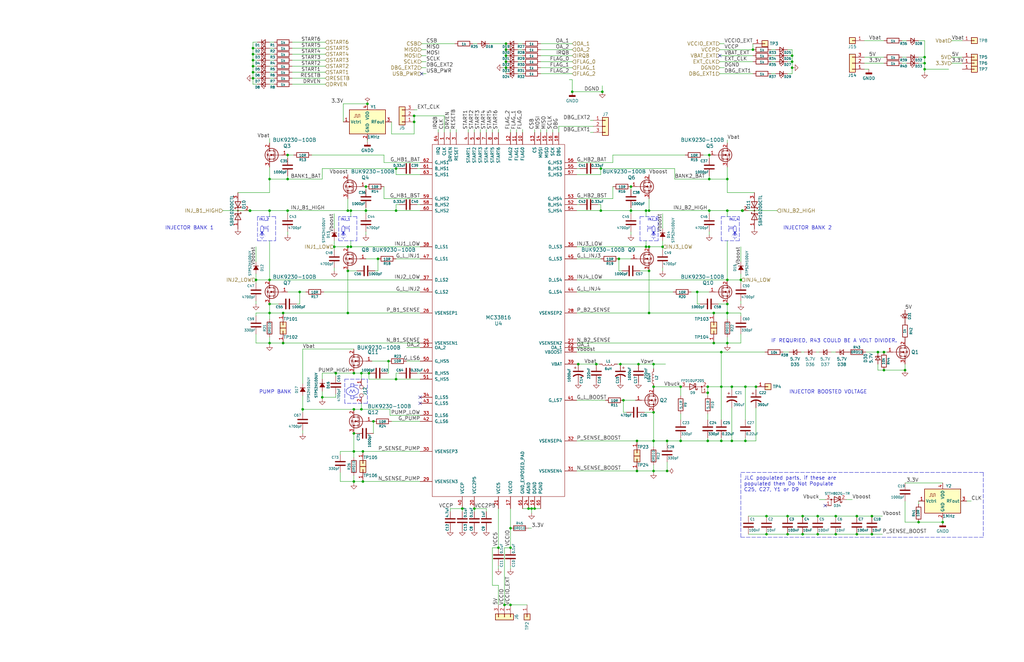
<source format=kicad_sch>
(kicad_sch (version 20210126) (generator eeschema)
  (paper "B")
  (title_block (title "Common Rail MC33816") (date "2020-11-26") (rev "0.3.3") (company "rusEFI.com"))
  (junction (at 105.41 88.9) (diameter 1.016))
  (junction (at 106.68 20.32) (diameter 0.9144))
  (junction (at 106.68 22.86) (diameter 0.9144))
  (junction (at 106.68 25.4) (diameter 0.9144))
  (junction (at 106.68 27.94) (diameter 0.9144))
  (junction (at 106.68 30.48) (diameter 0.9144))
  (junction (at 106.68 33.02) (diameter 0.9144))
  (junction (at 107.95 118.11) (diameter 0.9144))
  (junction (at 113.665 75.565) (diameter 0.9144))
  (junction (at 113.665 88.9) (diameter 0.9144))
  (junction (at 113.665 118.11) (diameter 0.9144))
  (junction (at 113.665 128.27) (diameter 0.9144))
  (junction (at 113.665 132.08) (diameter 0.9144))
  (junction (at 113.665 144.78) (diameter 0.9144))
  (junction (at 119.38 132.08) (diameter 0.9144))
  (junction (at 119.38 144.78) (diameter 0.9144))
  (junction (at 121.285 65.405) (diameter 0.9144))
  (junction (at 121.285 75.565) (diameter 0.9144))
  (junction (at 121.285 88.9) (diameter 0.9144))
  (junction (at 126.365 123.19) (diameter 0.9144))
  (junction (at 127.635 172.72) (diameter 0.9144))
  (junction (at 135.89 167.64) (diameter 0.9144))
  (junction (at 140.97 104.14) (diameter 0.9144))
  (junction (at 141.605 157.48) (diameter 0.9144))
  (junction (at 146.685 88.9) (diameter 0.9144))
  (junction (at 146.685 104.14) (diameter 0.9144))
  (junction (at 146.685 114.3) (diameter 0.9144))
  (junction (at 146.685 132.08) (diameter 0.9144))
  (junction (at 147.955 88.9) (diameter 0.9144))
  (junction (at 147.955 104.14) (diameter 0.9144))
  (junction (at 149.225 157.48) (diameter 0.9144))
  (junction (at 149.225 172.72) (diameter 0.9144))
  (junction (at 149.225 182.88) (diameter 0.9144))
  (junction (at 149.225 190.5) (diameter 0.9144))
  (junction (at 149.225 203.2) (diameter 0.9144))
  (junction (at 152.4 157.48) (diameter 0.9144))
  (junction (at 152.4 172.72) (diameter 0.9144))
  (junction (at 153.035 190.5) (diameter 0.9144))
  (junction (at 153.035 203.2) (diameter 0.9144))
  (junction (at 154.305 78.74) (diameter 0.9144))
  (junction (at 154.305 88.9) (diameter 0.9144))
  (junction (at 154.94 43.815) (diameter 0.9144))
  (junction (at 155.575 157.48) (diameter 0.9144))
  (junction (at 157.48 177.8) (diameter 0.9144))
  (junction (at 159.385 109.22) (diameter 0.9144))
  (junction (at 163.83 152.4) (diameter 0.9144))
  (junction (at 167.005 71.12) (diameter 0.9144))
  (junction (at 167.005 88.9) (diameter 0.9144))
  (junction (at 167.005 160.02) (diameter 0.9144))
  (junction (at 174.625 48.895) (diameter 0.9144))
  (junction (at 174.625 51.435) (diameter 0.9144))
  (junction (at 194.945 214.63) (diameter 0.9144))
  (junction (at 200.025 214.63) (diameter 0.9144))
  (junction (at 210.185 231.14) (diameter 0.9144))
  (junction (at 212.725 255.27) (diameter 0.9144))
  (junction (at 213.36 18.415) (diameter 0.9144))
  (junction (at 213.36 20.955) (diameter 0.9144))
  (junction (at 213.36 23.495) (diameter 0.9144))
  (junction (at 213.36 26.035) (diameter 0.9144))
  (junction (at 213.36 28.575) (diameter 0.9144))
  (junction (at 215.265 222.885) (diameter 0.9144))
  (junction (at 215.265 231.14) (diameter 0.9144))
  (junction (at 215.265 255.27) (diameter 0.9144))
  (junction (at 222.885 214.63) (diameter 0.9144))
  (junction (at 224.155 214.63) (diameter 0.9144))
  (junction (at 225.425 214.63) (diameter 0.9144))
  (junction (at 241.3 38.735) (diameter 0.9144))
  (junction (at 243.84 153.67) (diameter 0.9144))
  (junction (at 251.46 153.67) (diameter 0.9144))
  (junction (at 253.365 71.12) (diameter 0.9144))
  (junction (at 253.365 88.9) (diameter 0.9144))
  (junction (at 254 38.735) (diameter 0.9144))
  (junction (at 260.985 109.22) (diameter 0.9144))
  (junction (at 261.62 153.67) (diameter 0.9144))
  (junction (at 262.89 168.91) (diameter 0.9144))
  (junction (at 266.065 78.74) (diameter 0.9144))
  (junction (at 266.065 88.9) (diameter 0.9144))
  (junction (at 268.605 186.055) (diameter 0.9144))
  (junction (at 268.605 198.755) (diameter 0.9144))
  (junction (at 269.24 153.67) (diameter 0.9144))
  (junction (at 272.415 88.9) (diameter 0.9144))
  (junction (at 272.415 104.14) (diameter 0.9144))
  (junction (at 273.685 88.9) (diameter 0.9144))
  (junction (at 273.685 104.14) (diameter 0.9144))
  (junction (at 273.685 114.3) (diameter 0.9144))
  (junction (at 273.685 132.08) (diameter 0.9144))
  (junction (at 275.59 153.67) (diameter 0.9144))
  (junction (at 275.59 163.195) (diameter 0.9144))
  (junction (at 275.59 173.99) (diameter 0.9144))
  (junction (at 275.59 186.055) (diameter 0.9144))
  (junction (at 275.59 198.755) (diameter 0.9144))
  (junction (at 279.4 104.14) (diameter 0.9144))
  (junction (at 281.305 186.055) (diameter 0.9144))
  (junction (at 281.305 198.755) (diameter 0.9144))
  (junction (at 287.02 163.195) (diameter 0.9144))
  (junction (at 287.02 186.055) (diameter 0.9144))
  (junction (at 294.005 123.19) (diameter 0.9144))
  (junction (at 298.45 163.195) (diameter 0.9144))
  (junction (at 298.45 165.735) (diameter 0.9144))
  (junction (at 298.45 186.055) (diameter 0.9144))
  (junction (at 299.085 65.405) (diameter 0.9144))
  (junction (at 299.085 75.565) (diameter 0.9144))
  (junction (at 299.085 88.9) (diameter 0.9144))
  (junction (at 300.99 132.08) (diameter 0.9144))
  (junction (at 300.99 144.78) (diameter 0.9144))
  (junction (at 304.165 148.59) (diameter 0.9144))
  (junction (at 304.165 163.195) (diameter 0.9144))
  (junction (at 304.165 186.055) (diameter 0.9144))
  (junction (at 306.705 75.565) (diameter 0.9144))
  (junction (at 306.705 88.9) (diameter 0.9144))
  (junction (at 306.705 118.11) (diameter 0.9144))
  (junction (at 306.705 128.27) (diameter 0.9144))
  (junction (at 306.705 132.08) (diameter 0.9144))
  (junction (at 306.705 144.78) (diameter 0.9144))
  (junction (at 308.61 163.195) (diameter 0.9144))
  (junction (at 308.61 186.055) (diameter 0.9144))
  (junction (at 312.42 118.11) (diameter 0.9144))
  (junction (at 313.055 88.9) (diameter 1.016))
  (junction (at 314.325 163.195) (diameter 0.9144))
  (junction (at 314.325 186.055) (diameter 0.9144))
  (junction (at 317.5 20.955) (diameter 0.9144))
  (junction (at 318.77 163.195) (diameter 0.9144))
  (junction (at 323.215 217.805) (diameter 0.9144))
  (junction (at 323.215 225.425) (diameter 0.9144))
  (junction (at 332.105 217.805) (diameter 0.9144))
  (junction (at 332.105 225.425) (diameter 0.9144))
  (junction (at 334.01 23.495) (diameter 0.9144))
  (junction (at 334.01 26.035) (diameter 0.9144))
  (junction (at 334.01 28.575) (diameter 0.9144))
  (junction (at 338.455 217.805) (diameter 0.9144))
  (junction (at 338.455 225.425) (diameter 0.9144))
  (junction (at 344.805 217.805) (diameter 0.9144))
  (junction (at 344.805 225.425) (diameter 0.9144))
  (junction (at 352.425 217.805) (diameter 0.9144))
  (junction (at 352.425 225.425) (diameter 0.9144))
  (junction (at 361.315 217.805) (diameter 0.9144))
  (junction (at 361.315 225.425) (diameter 0.9144))
  (junction (at 367.665 217.805) (diameter 0.9144))
  (junction (at 367.665 225.425) (diameter 0.9144))
  (junction (at 370.205 148.59) (diameter 0.9144))
  (junction (at 372.745 148.59) (diameter 0.9144))
  (junction (at 372.745 156.21) (diameter 0.9144))
  (junction (at 381.635 156.21) (diameter 0.9144))
  (junction (at 387.35 220.345) (diameter 0.9144))
  (junction (at 389.89 24.13) (diameter 0.9144))
  (junction (at 389.89 26.67) (diameter 0.9144))
  (junction (at 389.89 29.21) (diameter 0.9144))
  (junction (at 397.51 220.345) (diameter 0.9144))
  (no_connect (at 177.165 167.64))
  (no_connect (at 177.165 170.18))
  (no_connect (at 177.8 31.115))
  (no_connect (at 303.53 23.495))
  (no_connect (at 347.98 213.36))
  (wire (pts (xy 93.98 88.9) (xy 105.41 88.9)))
  (wire (pts (xy 105.41 88.9) (xy 113.665 88.9)))
  (wire (pts (xy 106.68 17.78) (xy 108.585 17.78)))
  (wire (pts (xy 106.68 20.32) (xy 106.68 17.78)))
  (wire (pts (xy 106.68 20.32) (xy 108.585 20.32)))
  (wire (pts (xy 106.68 22.86) (xy 106.68 20.32)))
  (wire (pts (xy 106.68 22.86) (xy 108.585 22.86)))
  (wire (pts (xy 106.68 25.4) (xy 106.68 22.86)))
  (wire (pts (xy 106.68 25.4) (xy 108.585 25.4)))
  (wire (pts (xy 106.68 27.94) (xy 106.68 25.4)))
  (wire (pts (xy 106.68 27.94) (xy 108.585 27.94)))
  (wire (pts (xy 106.68 30.48) (xy 106.68 27.94)))
  (wire (pts (xy 106.68 30.48) (xy 108.585 30.48)))
  (wire (pts (xy 106.68 33.02) (xy 106.68 30.48)))
  (wire (pts (xy 106.68 33.02) (xy 108.585 33.02)))
  (wire (pts (xy 106.68 35.56) (xy 106.68 33.02)))
  (wire (pts (xy 106.68 35.56) (xy 108.585 35.56)))
  (wire (pts (xy 107.95 104.14) (xy 107.95 110.49)))
  (wire (pts (xy 107.95 115.57) (xy 107.95 118.11)))
  (wire (pts (xy 107.95 118.11) (xy 107.95 119.38)))
  (wire (pts (xy 107.95 118.11) (xy 113.665 118.11)))
  (wire (pts (xy 107.95 127) (xy 107.95 128.27)))
  (wire (pts (xy 107.95 132.08) (xy 113.665 132.08)))
  (wire (pts (xy 107.95 133.35) (xy 107.95 132.08)))
  (wire (pts (xy 107.95 140.97) (xy 107.95 144.78)))
  (wire (pts (xy 107.95 144.78) (xy 113.665 144.78)))
  (wire (pts (xy 113.665 60.325) (xy 113.665 58.42)))
  (wire (pts (xy 113.665 70.485) (xy 113.665 75.565)))
  (wire (pts (xy 113.665 75.565) (xy 113.665 81.28)))
  (wire (pts (xy 113.665 75.565) (xy 121.285 75.565)))
  (wire (pts (xy 113.665 81.28) (xy 100.33 81.28)))
  (wire (pts (xy 113.665 88.9) (xy 121.285 88.9)))
  (wire (pts (xy 113.665 91.44) (xy 113.665 88.9)))
  (wire (pts (xy 113.665 101.6) (xy 113.665 118.11)))
  (wire (pts (xy 113.665 118.11) (xy 177.165 118.11)))
  (wire (pts (xy 113.665 128.27) (xy 113.665 132.08)))
  (wire (pts (xy 113.665 128.27) (xy 117.475 128.27)))
  (wire (pts (xy 113.665 132.08) (xy 113.665 134.62)))
  (wire (pts (xy 113.665 142.24) (xy 113.665 144.78)))
  (wire (pts (xy 113.665 144.78) (xy 113.665 145.415)))
  (wire (pts (xy 113.665 144.78) (xy 119.38 144.78)))
  (wire (pts (xy 115.57 17.78) (xy 113.665 17.78)))
  (wire (pts (xy 115.57 20.32) (xy 113.665 20.32)))
  (wire (pts (xy 115.57 22.86) (xy 113.665 22.86)))
  (wire (pts (xy 115.57 25.4) (xy 113.665 25.4)))
  (wire (pts (xy 115.57 27.94) (xy 113.665 27.94)))
  (wire (pts (xy 115.57 30.48) (xy 113.665 30.48)))
  (wire (pts (xy 115.57 33.02) (xy 113.665 33.02)))
  (wire (pts (xy 115.57 35.56) (xy 113.665 35.56)))
  (wire (pts (xy 119.38 132.08) (xy 113.665 132.08)))
  (wire (pts (xy 119.38 144.78) (xy 177.165 144.78)))
  (wire (pts (xy 121.285 65.405) (xy 121.285 66.675)))
  (wire (pts (xy 121.285 74.295) (xy 121.285 75.565)))
  (wire (pts (xy 121.285 75.565) (xy 135.89 75.565)))
  (wire (pts (xy 121.285 88.9) (xy 146.685 88.9)))
  (wire (pts (xy 121.285 90.17) (xy 121.285 88.9)))
  (wire (pts (xy 121.285 99.06) (xy 121.285 97.79)))
  (wire (pts (xy 121.285 123.19) (xy 126.365 123.19)))
  (wire (pts (xy 123.19 17.78) (xy 137.16 17.78)))
  (wire (pts (xy 123.19 20.32) (xy 137.16 20.32)))
  (wire (pts (xy 123.19 22.86) (xy 137.16 22.86)))
  (wire (pts (xy 123.19 25.4) (xy 137.16 25.4)))
  (wire (pts (xy 123.19 27.94) (xy 137.16 27.94)))
  (wire (pts (xy 123.19 30.48) (xy 137.16 30.48)))
  (wire (pts (xy 123.19 33.02) (xy 137.16 33.02)))
  (wire (pts (xy 123.19 35.56) (xy 137.16 35.56)))
  (wire (pts (xy 123.825 65.405) (xy 121.285 65.405)))
  (wire (pts (xy 126.365 123.19) (xy 126.365 128.27)))
  (wire (pts (xy 126.365 123.19) (xy 128.905 123.19)))
  (wire (pts (xy 126.365 128.27) (xy 125.095 128.27)))
  (wire (pts (xy 127.635 147.32) (xy 127.635 161.925)))
  (wire (pts (xy 127.635 147.32) (xy 149.225 147.32)))
  (wire (pts (xy 127.635 167.005) (xy 127.635 172.72)))
  (wire (pts (xy 127.635 172.72) (xy 127.635 173.99)))
  (wire (pts (xy 127.635 182.88) (xy 127.635 181.61)))
  (wire (pts (xy 135.89 71.12) (xy 167.005 71.12)))
  (wire (pts (xy 135.89 75.565) (xy 135.89 71.12)))
  (wire (pts (xy 135.89 157.48) (xy 135.89 160.02)))
  (wire (pts (xy 135.89 157.48) (xy 141.605 157.48)))
  (wire (pts (xy 135.89 165.1) (xy 135.89 167.64)))
  (wire (pts (xy 135.89 167.64) (xy 135.89 168.275)))
  (wire (pts (xy 136.525 123.19) (xy 177.165 123.19)))
  (wire (pts (xy 140.97 90.17) (xy 140.97 96.52)))
  (wire (pts (xy 140.97 101.6) (xy 140.97 104.14)))
  (wire (pts (xy 140.97 104.14) (xy 140.97 105.41)))
  (wire (pts (xy 140.97 113.03) (xy 140.97 114.3)))
  (wire (pts (xy 141.605 157.48) (xy 141.605 158.75)))
  (wire (pts (xy 141.605 157.48) (xy 149.225 157.48)))
  (wire (pts (xy 141.605 166.37) (xy 141.605 167.64)))
  (wire (pts (xy 141.605 167.64) (xy 135.89 167.64)))
  (wire (pts (xy 143.51 190.5) (xy 149.225 190.5)))
  (wire (pts (xy 143.51 191.77) (xy 143.51 190.5)))
  (wire (pts (xy 143.51 199.39) (xy 143.51 203.2)))
  (wire (pts (xy 143.51 203.2) (xy 149.225 203.2)))
  (wire (pts (xy 144.78 43.815) (xy 144.78 51.435)))
  (wire (pts (xy 146.685 83.82) (xy 146.685 88.9)))
  (wire (pts (xy 146.685 88.9) (xy 147.955 88.9)))
  (wire (pts (xy 146.685 104.14) (xy 140.97 104.14)))
  (wire (pts (xy 146.685 114.3) (xy 150.495 114.3)))
  (wire (pts (xy 146.685 132.08) (xy 119.38 132.08)))
  (wire (pts (xy 146.685 132.08) (xy 146.685 114.3)))
  (wire (pts (xy 146.685 132.08) (xy 177.165 132.08)))
  (wire (pts (xy 147.955 88.9) (xy 154.305 88.9)))
  (wire (pts (xy 147.955 91.44) (xy 147.955 88.9)))
  (wire (pts (xy 147.955 101.6) (xy 147.955 104.14)))
  (wire (pts (xy 147.955 104.14) (xy 146.685 104.14)))
  (wire (pts (xy 147.955 104.14) (xy 177.165 104.14)))
  (wire (pts (xy 149.225 157.48) (xy 152.4 157.48)))
  (wire (pts (xy 149.225 172.72) (xy 127.635 172.72)))
  (wire (pts (xy 149.225 182.88) (xy 149.225 190.5)))
  (wire (pts (xy 149.225 182.88) (xy 149.86 182.88)))
  (wire (pts (xy 149.225 190.5) (xy 149.225 193.04)))
  (wire (pts (xy 149.225 190.5) (xy 153.035 190.5)))
  (wire (pts (xy 149.225 200.66) (xy 149.225 203.2)))
  (wire (pts (xy 149.225 203.2) (xy 149.225 203.835)))
  (wire (pts (xy 149.225 203.2) (xy 153.035 203.2)))
  (wire (pts (xy 152.4 157.48) (xy 155.575 157.48)))
  (wire (pts (xy 152.4 160.02) (xy 152.4 157.48)))
  (wire (pts (xy 152.4 170.18) (xy 152.4 172.72)))
  (wire (pts (xy 152.4 172.72) (xy 149.225 172.72)))
  (wire (pts (xy 152.4 172.72) (xy 164.465 172.72)))
  (wire (pts (xy 153.035 190.5) (xy 177.165 190.5)))
  (wire (pts (xy 153.035 203.2) (xy 177.165 203.2)))
  (wire (pts (xy 154.305 78.74) (xy 154.305 80.01)))
  (wire (pts (xy 154.305 87.63) (xy 154.305 88.9)))
  (wire (pts (xy 154.305 88.9) (xy 154.305 90.17)))
  (wire (pts (xy 154.305 88.9) (xy 167.005 88.9)))
  (wire (pts (xy 154.305 97.79) (xy 154.305 99.06)))
  (wire (pts (xy 154.94 43.815) (xy 144.78 43.815)))
  (wire (pts (xy 154.94 59.69) (xy 154.94 59.055)))
  (wire (pts (xy 155.575 157.48) (xy 155.575 160.02)))
  (wire (pts (xy 155.575 160.02) (xy 167.005 160.02)))
  (wire (pts (xy 156.845 152.4) (xy 163.83 152.4)))
  (wire (pts (xy 156.845 177.8) (xy 157.48 177.8)))
  (wire (pts (xy 157.48 177.8) (xy 157.48 182.88)))
  (wire (pts (xy 159.385 109.22) (xy 154.305 109.22)))
  (wire (pts (xy 159.385 109.22) (xy 159.385 114.3)))
  (wire (pts (xy 159.385 114.3) (xy 158.115 114.3)))
  (wire (pts (xy 161.925 65.405) (xy 131.445 65.405)))
  (wire (pts (xy 161.925 68.58) (xy 161.925 65.405)))
  (wire (pts (xy 161.925 78.74) (xy 161.925 83.82)))
  (wire (pts (xy 161.925 83.82) (xy 177.165 83.82)))
  (wire (pts (xy 163.83 152.4) (xy 163.83 157.48)))
  (wire (pts (xy 163.83 157.48) (xy 163.195 157.48)))
  (wire (pts (xy 164.465 172.72) (xy 164.465 175.26)))
  (wire (pts (xy 164.465 175.26) (xy 177.165 175.26)))
  (wire (pts (xy 165.1 51.435) (xy 165.1 56.515)))
  (wire (pts (xy 165.1 177.8) (xy 177.165 177.8)))
  (wire (pts (xy 167.005 71.12) (xy 167.005 73.66)))
  (wire (pts (xy 167.005 71.12) (xy 168.275 71.12)))
  (wire (pts (xy 167.005 73.66) (xy 177.165 73.66)))
  (wire (pts (xy 167.005 86.36) (xy 167.005 88.9)))
  (wire (pts (xy 167.005 86.36) (xy 168.275 86.36)))
  (wire (pts (xy 167.005 88.9) (xy 177.165 88.9)))
  (wire (pts (xy 167.005 109.22) (xy 177.165 109.22)))
  (wire (pts (xy 167.005 157.48) (xy 167.005 160.02)))
  (wire (pts (xy 167.005 157.48) (xy 168.275 157.48)))
  (wire (pts (xy 167.005 160.02) (xy 177.165 160.02)))
  (wire (pts (xy 171.45 152.4) (xy 177.165 152.4)))
  (wire (pts (xy 174.625 46.355) (xy 175.895 46.355)))
  (wire (pts (xy 174.625 51.435) (xy 174.625 48.895)))
  (wire (pts (xy 174.625 56.515) (xy 165.1 56.515)))
  (wire (pts (xy 174.625 56.515) (xy 174.625 51.435)))
  (wire (pts (xy 175.895 86.36) (xy 177.165 86.36)))
  (wire (pts (xy 175.895 157.48) (xy 177.165 157.48)))
  (wire (pts (xy 177.165 68.58) (xy 161.925 68.58)))
  (wire (pts (xy 177.165 71.12) (xy 175.895 71.12)))
  (wire (pts (xy 177.165 146.685) (xy 171.45 146.685)))
  (wire (pts (xy 177.8 18.415) (xy 191.77 18.415)))
  (wire (pts (xy 177.8 20.955) (xy 179.705 20.955)))
  (wire (pts (xy 177.8 23.495) (xy 179.705 23.495)))
  (wire (pts (xy 177.8 26.035) (xy 179.705 26.035)))
  (wire (pts (xy 177.8 28.575) (xy 179.705 28.575)))
  (wire (pts (xy 177.8 31.115) (xy 179.705 31.115)))
  (wire (pts (xy 184.785 54.61) (xy 184.785 55.88)))
  (wire (pts (xy 187.325 48.895) (xy 174.625 48.895)))
  (wire (pts (xy 187.325 55.88) (xy 187.325 48.895)))
  (wire (pts (xy 189.865 54.61) (xy 189.865 55.88)))
  (wire (pts (xy 189.865 214.63) (xy 189.865 215.9)))
  (wire (pts (xy 192.405 54.61) (xy 192.405 55.88)))
  (wire (pts (xy 194.945 214.63) (xy 189.865 214.63)))
  (wire (pts (xy 194.945 215.9) (xy 194.945 214.63)))
  (wire (pts (xy 197.485 54.61) (xy 197.485 55.88)))
  (wire (pts (xy 199.39 18.415) (xy 201.295 18.415)))
  (wire (pts (xy 200.025 54.61) (xy 200.025 55.88)))
  (wire (pts (xy 200.025 214.63) (xy 200.025 215.9)))
  (wire (pts (xy 202.565 54.61) (xy 202.565 55.88)))
  (wire (pts (xy 205.105 54.61) (xy 205.105 55.88)))
  (wire (pts (xy 205.105 214.63) (xy 200.025 214.63)))
  (wire (pts (xy 205.105 215.9) (xy 205.105 214.63)))
  (wire (pts (xy 207.645 54.61) (xy 207.645 55.88)))
  (wire (pts (xy 207.645 231.14) (xy 210.185 231.14)))
  (wire (pts (xy 207.645 247.015) (xy 207.645 231.14)))
  (wire (pts (xy 210.185 54.61) (xy 210.185 55.88)))
  (wire (pts (xy 210.185 231.14) (xy 210.185 214.63)))
  (wire (pts (xy 210.185 238.76) (xy 210.185 240.03)))
  (wire (pts (xy 210.185 247.015) (xy 207.645 247.015)))
  (wire (pts (xy 210.185 255.27) (xy 210.185 247.015)))
  (wire (pts (xy 212.09 28.575) (xy 213.36 28.575)))
  (wire (pts (xy 212.725 231.14) (xy 212.725 255.27)))
  (wire (pts (xy 212.725 231.14) (xy 215.265 231.14)))
  (wire (pts (xy 212.725 255.27) (xy 215.265 255.27)))
  (wire (pts (xy 213.36 18.415) (xy 206.375 18.415)))
  (wire (pts (xy 213.36 18.415) (xy 213.36 20.955)))
  (wire (pts (xy 213.36 20.955) (xy 213.36 23.495)))
  (wire (pts (xy 213.36 23.495) (xy 213.36 26.035)))
  (wire (pts (xy 213.36 26.035) (xy 213.36 28.575)))
  (wire (pts (xy 213.36 28.575) (xy 213.36 31.115)))
  (wire (pts (xy 215.265 54.61) (xy 215.265 55.88)))
  (wire (pts (xy 215.265 222.885) (xy 215.265 214.63)))
  (wire (pts (xy 215.265 231.14) (xy 215.265 222.885)))
  (wire (pts (xy 215.265 238.76) (xy 215.265 240.03)))
  (wire (pts (xy 215.265 255.27) (xy 222.25 255.27)))
  (wire (pts (xy 217.805 54.61) (xy 217.805 55.88)))
  (wire (pts (xy 220.345 18.415) (xy 218.44 18.415)))
  (wire (pts (xy 220.345 20.955) (xy 218.44 20.955)))
  (wire (pts (xy 220.345 23.495) (xy 218.44 23.495)))
  (wire (pts (xy 220.345 26.035) (xy 218.44 26.035)))
  (wire (pts (xy 220.345 28.575) (xy 218.44 28.575)))
  (wire (pts (xy 220.345 31.115) (xy 218.44 31.115)))
  (wire (pts (xy 220.345 54.61) (xy 220.345 55.88)))
  (wire (pts (xy 220.345 214.63) (xy 222.885 214.63)))
  (wire (pts (xy 222.885 214.63) (xy 224.155 214.63)))
  (wire (pts (xy 224.155 214.63) (xy 224.155 216.535)))
  (wire (pts (xy 224.155 214.63) (xy 225.425 214.63)))
  (wire (pts (xy 224.155 222.885) (xy 222.885 222.885)))
  (wire (pts (xy 225.425 54.61) (xy 225.425 55.88)))
  (wire (pts (xy 225.425 214.63) (xy 227.965 214.63)))
  (wire (pts (xy 227.965 18.415) (xy 241.3 18.415)))
  (wire (pts (xy 227.965 20.955) (xy 241.3 20.955)))
  (wire (pts (xy 227.965 23.495) (xy 241.3 23.495)))
  (wire (pts (xy 227.965 26.035) (xy 241.3 26.035)))
  (wire (pts (xy 227.965 28.575) (xy 241.3 28.575)))
  (wire (pts (xy 227.965 31.115) (xy 241.3 31.115)))
  (wire (pts (xy 227.965 54.61) (xy 227.965 55.88)))
  (wire (pts (xy 230.505 54.61) (xy 230.505 55.88)))
  (wire (pts (xy 233.045 54.61) (xy 233.045 55.88)))
  (wire (pts (xy 235.585 53.34) (xy 250.19 53.34)))
  (wire (pts (xy 235.585 55.88) (xy 235.585 53.34)))
  (wire (pts (xy 240.03 33.655) (xy 241.3 33.655)))
  (wire (pts (xy 241.3 33.655) (xy 241.3 38.735)))
  (wire (pts (xy 243.205 68.58) (xy 258.445 68.58)))
  (wire (pts (xy 243.205 83.82) (xy 258.445 83.82)))
  (wire (pts (xy 243.205 86.36) (xy 244.475 86.36)))
  (wire (pts (xy 243.205 88.9) (xy 253.365 88.9)))
  (wire (pts (xy 243.205 104.14) (xy 272.415 104.14)))
  (wire (pts (xy 243.205 109.22) (xy 253.365 109.22)))
  (wire (pts (xy 243.205 118.11) (xy 306.705 118.11)))
  (wire (pts (xy 243.205 123.19) (xy 283.845 123.19)))
  (wire (pts (xy 243.205 132.08) (xy 273.685 132.08)))
  (wire (pts (xy 243.205 168.91) (xy 255.27 168.91)))
  (wire (pts (xy 243.84 153.67) (xy 243.205 153.67)))
  (wire (pts (xy 244.475 71.12) (xy 243.205 71.12)))
  (wire (pts (xy 248.92 50.8) (xy 250.19 50.8)))
  (wire (pts (xy 248.92 55.88) (xy 250.19 55.88)))
  (wire (pts (xy 248.92 146.685) (xy 243.205 146.685)))
  (wire (pts (xy 251.46 153.67) (xy 243.84 153.67)))
  (wire (pts (xy 252.095 71.12) (xy 253.365 71.12)))
  (wire (pts (xy 252.095 86.36) (xy 253.365 86.36)))
  (wire (pts (xy 252.73 153.67) (xy 251.46 153.67)))
  (wire (pts (xy 253.365 71.12) (xy 253.365 73.66)))
  (wire (pts (xy 253.365 71.12) (xy 284.48 71.12)))
  (wire (pts (xy 253.365 73.66) (xy 243.205 73.66)))
  (wire (pts (xy 253.365 86.36) (xy 253.365 88.9)))
  (wire (pts (xy 253.365 88.9) (xy 266.065 88.9)))
  (wire (pts (xy 254 36.195) (xy 254 38.735)))
  (wire (pts (xy 254 38.735) (xy 241.3 38.735)))
  (wire (pts (xy 258.445 65.405) (xy 288.925 65.405)))
  (wire (pts (xy 258.445 68.58) (xy 258.445 65.405)))
  (wire (pts (xy 258.445 83.82) (xy 258.445 78.74)))
  (wire (pts (xy 260.985 109.22) (xy 260.985 114.3)))
  (wire (pts (xy 260.985 109.22) (xy 266.065 109.22)))
  (wire (pts (xy 260.985 114.3) (xy 262.255 114.3)))
  (wire (pts (xy 261.62 153.67) (xy 260.35 153.67)))
  (wire (pts (xy 262.89 168.91) (xy 262.89 173.99)))
  (wire (pts (xy 262.89 168.91) (xy 267.97 168.91)))
  (wire (pts (xy 262.89 173.99) (xy 264.16 173.99)))
  (wire (pts (xy 266.065 78.74) (xy 266.065 80.01)))
  (wire (pts (xy 266.065 87.63) (xy 266.065 88.9)))
  (wire (pts (xy 266.065 88.9) (xy 266.065 90.17)))
  (wire (pts (xy 266.065 88.9) (xy 272.415 88.9)))
  (wire (pts (xy 266.065 99.06) (xy 266.065 97.79)))
  (wire (pts (xy 268.605 186.055) (xy 243.205 186.055)))
  (wire (pts (xy 268.605 198.755) (xy 243.205 198.755)))
  (wire (pts (xy 269.24 153.67) (xy 261.62 153.67)))
  (wire (pts (xy 269.875 114.3) (xy 273.685 114.3)))
  (wire (pts (xy 271.78 173.99) (xy 275.59 173.99)))
  (wire (pts (xy 272.415 88.9) (xy 273.685 88.9)))
  (wire (pts (xy 272.415 91.44) (xy 272.415 88.9)))
  (wire (pts (xy 272.415 101.6) (xy 272.415 104.14)))
  (wire (pts (xy 272.415 104.14) (xy 273.685 104.14)))
  (wire (pts (xy 273.685 83.82) (xy 273.685 88.9)))
  (wire (pts (xy 273.685 88.9) (xy 299.085 88.9)))
  (wire (pts (xy 273.685 104.14) (xy 279.4 104.14)))
  (wire (pts (xy 273.685 114.3) (xy 273.685 132.08)))
  (wire (pts (xy 275.59 153.67) (xy 269.24 153.67)))
  (wire (pts (xy 275.59 153.67) (xy 275.59 155.575)))
  (wire (pts (xy 275.59 153.67) (xy 280.67 153.67)))
  (wire (pts (xy 275.59 163.195) (xy 287.02 163.195)))
  (wire (pts (xy 275.59 163.83) (xy 275.59 163.195)))
  (wire (pts (xy 275.59 173.99) (xy 275.59 186.055)))
  (wire (pts (xy 275.59 186.055) (xy 268.605 186.055)))
  (wire (pts (xy 275.59 186.055) (xy 275.59 188.595)))
  (wire (pts (xy 275.59 186.055) (xy 281.305 186.055)))
  (wire (pts (xy 275.59 196.215) (xy 275.59 198.755)))
  (wire (pts (xy 275.59 198.755) (xy 268.605 198.755)))
  (wire (pts (xy 275.59 198.755) (xy 275.59 199.39)))
  (wire (pts (xy 275.59 198.755) (xy 281.305 198.755)))
  (wire (pts (xy 279.4 90.17) (xy 279.4 96.52)))
  (wire (pts (xy 279.4 101.6) (xy 279.4 104.14)))
  (wire (pts (xy 279.4 104.14) (xy 279.4 105.41)))
  (wire (pts (xy 279.4 113.03) (xy 279.4 114.3)))
  (wire (pts (xy 281.305 186.055) (xy 287.02 186.055)))
  (wire (pts (xy 281.305 187.325) (xy 281.305 186.055)))
  (wire (pts (xy 281.305 198.755) (xy 281.305 194.945)))
  (wire (pts (xy 284.48 71.12) (xy 284.48 75.565)))
  (wire (pts (xy 284.48 75.565) (xy 299.085 75.565)))
  (wire (pts (xy 287.02 163.195) (xy 287.02 167.005)))
  (wire (pts (xy 287.02 174.625) (xy 287.02 177.165)))
  (wire (pts (xy 287.02 184.785) (xy 287.02 186.055)))
  (wire (pts (xy 287.02 186.055) (xy 298.45 186.055)))
  (wire (pts (xy 291.465 123.19) (xy 294.005 123.19)))
  (wire (pts (xy 294.005 123.19) (xy 294.005 128.27)))
  (wire (pts (xy 294.005 123.19) (xy 299.085 123.19)))
  (wire (pts (xy 294.005 128.27) (xy 295.275 128.27)))
  (wire (pts (xy 298.45 163.195) (xy 304.165 163.195)))
  (wire (pts (xy 298.45 165.735) (xy 298.45 163.195)))
  (wire (pts (xy 298.45 167.005) (xy 298.45 165.735)))
  (wire (pts (xy 298.45 174.625) (xy 298.45 177.165)))
  (wire (pts (xy 298.45 184.785) (xy 298.45 186.055)))
  (wire (pts (xy 298.45 186.055) (xy 304.165 186.055)))
  (wire (pts (xy 299.085 65.405) (xy 296.545 65.405)))
  (wire (pts (xy 299.085 66.675) (xy 299.085 65.405)))
  (wire (pts (xy 299.085 74.295) (xy 299.085 75.565)))
  (wire (pts (xy 299.085 75.565) (xy 306.705 75.565)))
  (wire (pts (xy 299.085 88.9) (xy 299.085 90.17)))
  (wire (pts (xy 299.085 88.9) (xy 306.705 88.9)))
  (wire (pts (xy 299.085 99.06) (xy 299.085 97.79)))
  (wire (pts (xy 300.99 132.08) (xy 273.685 132.08)))
  (wire (pts (xy 300.99 144.78) (xy 243.205 144.78)))
  (wire (pts (xy 302.895 128.27) (xy 306.705 128.27)))
  (wire (pts (xy 303.53 18.415) (xy 305.435 18.415)))
  (wire (pts (xy 303.53 20.955) (xy 317.5 20.955)))
  (wire (pts (xy 303.53 23.495) (xy 317.5 23.495)))
  (wire (pts (xy 303.53 26.035) (xy 317.5 26.035)))
  (wire (pts (xy 303.53 28.575) (xy 305.435 28.575)))
  (wire (pts (xy 303.53 31.115) (xy 317.5 31.115)))
  (wire (pts (xy 304.165 148.59) (xy 243.205 148.59)))
  (wire (pts (xy 304.165 148.59) (xy 304.165 163.195)))
  (wire (pts (xy 304.165 148.59) (xy 322.58 148.59)))
  (wire (pts (xy 304.165 163.195) (xy 304.165 177.165)))
  (wire (pts (xy 304.165 163.195) (xy 308.61 163.195)))
  (wire (pts (xy 304.165 184.785) (xy 304.165 186.055)))
  (wire (pts (xy 304.165 186.055) (xy 308.61 186.055)))
  (wire (pts (xy 306.705 59.055) (xy 306.705 60.325)))
  (wire (pts (xy 306.705 70.485) (xy 306.705 75.565)))
  (wire (pts (xy 306.705 75.565) (xy 306.705 81.28)))
  (wire (pts (xy 306.705 81.28) (xy 318.135 81.28)))
  (wire (pts (xy 306.705 88.9) (xy 306.705 91.44)))
  (wire (pts (xy 306.705 88.9) (xy 313.055 88.9)))
  (wire (pts (xy 306.705 101.6) (xy 306.705 118.11)))
  (wire (pts (xy 306.705 118.11) (xy 312.42 118.11)))
  (wire (pts (xy 306.705 128.27) (xy 306.705 132.08)))
  (wire (pts (xy 306.705 132.08) (xy 300.99 132.08)))
  (wire (pts (xy 306.705 132.08) (xy 306.705 134.62)))
  (wire (pts (xy 306.705 132.08) (xy 312.42 132.08)))
  (wire (pts (xy 306.705 142.24) (xy 306.705 144.78)))
  (wire (pts (xy 306.705 144.78) (xy 300.99 144.78)))
  (wire (pts (xy 306.705 144.78) (xy 306.705 145.415)))
  (wire (pts (xy 306.705 144.78) (xy 312.42 144.78)))
  (wire (pts (xy 308.61 163.195) (xy 308.61 164.465)))
  (wire (pts (xy 308.61 163.195) (xy 314.325 163.195)))
  (wire (pts (xy 308.61 172.085) (xy 308.61 186.055)))
  (wire (pts (xy 308.61 186.055) (xy 314.325 186.055)))
  (wire (pts (xy 312.42 104.14) (xy 312.42 110.49)))
  (wire (pts (xy 312.42 115.57) (xy 312.42 118.11)))
  (wire (pts (xy 312.42 118.11) (xy 312.42 119.38)))
  (wire (pts (xy 312.42 128.27) (xy 312.42 127)))
  (wire (pts (xy 312.42 132.08) (xy 312.42 133.35)))
  (wire (pts (xy 312.42 144.78) (xy 312.42 140.97)))
  (wire (pts (xy 313.055 88.9) (xy 327.66 88.9)))
  (wire (pts (xy 314.325 163.195) (xy 314.325 177.165)))
  (wire (pts (xy 314.325 163.195) (xy 318.77 163.195)))
  (wire (pts (xy 314.325 184.785) (xy 314.325 186.055)))
  (wire (pts (xy 314.325 186.055) (xy 318.77 186.055)))
  (wire (pts (xy 317.5 18.415) (xy 317.5 20.955)))
  (wire (pts (xy 318.77 163.195) (xy 318.77 164.465)))
  (wire (pts (xy 318.77 186.055) (xy 318.77 172.085)))
  (wire (pts (xy 323.215 217.805) (xy 315.595 217.805)))
  (wire (pts (xy 323.215 225.425) (xy 315.595 225.425)))
  (wire (pts (xy 323.215 225.425) (xy 332.105 225.425)))
  (wire (pts (xy 325.12 20.955) (xy 327.025 20.955)))
  (wire (pts (xy 325.12 23.495) (xy 327.025 23.495)))
  (wire (pts (xy 325.12 26.035) (xy 327.025 26.035)))
  (wire (pts (xy 325.12 31.115) (xy 327.025 31.115)))
  (wire (pts (xy 330.2 148.59) (xy 332.74 148.59)))
  (wire (pts (xy 332.105 217.805) (xy 323.215 217.805)))
  (wire (pts (xy 334.01 20.955) (xy 332.105 20.955)))
  (wire (pts (xy 334.01 23.495) (xy 332.105 23.495)))
  (wire (pts (xy 334.01 23.495) (xy 334.01 20.955)))
  (wire (pts (xy 334.01 26.035) (xy 332.105 26.035)))
  (wire (pts (xy 334.01 26.035) (xy 334.01 23.495)))
  (wire (pts (xy 334.01 28.575) (xy 334.01 26.035)))
  (wire (pts (xy 334.01 31.115) (xy 332.105 31.115)))
  (wire (pts (xy 334.01 31.115) (xy 334.01 28.575)))
  (wire (pts (xy 337.82 148.59) (xy 339.09 148.59)))
  (wire (pts (xy 338.455 217.805) (xy 332.105 217.805)))
  (wire (pts (xy 338.455 217.805) (xy 344.805 217.805)))
  (wire (pts (xy 338.455 225.425) (xy 332.105 225.425)))
  (wire (pts (xy 338.455 225.425) (xy 344.805 225.425)))
  (wire (pts (xy 344.17 148.59) (xy 345.44 148.59)))
  (wire (pts (xy 345.44 210.82) (xy 347.98 210.82)))
  (wire (pts (xy 350.52 148.59) (xy 352.425 148.59)))
  (wire (pts (xy 352.425 217.805) (xy 344.805 217.805)))
  (wire (pts (xy 352.425 225.425) (xy 344.805 225.425)))
  (wire (pts (xy 352.425 225.425) (xy 361.315 225.425)))
  (wire (pts (xy 356.87 210.82) (xy 359.41 210.82)))
  (wire (pts (xy 361.315 217.805) (xy 352.425 217.805)))
  (wire (pts (xy 364.49 17.145) (xy 372.745 17.145)))
  (wire (pts (xy 364.49 24.13) (xy 372.745 24.13)))
  (wire (pts (xy 364.49 26.67) (xy 372.745 26.67)))
  (wire (pts (xy 364.49 29.21) (xy 366.395 29.21)))
  (wire (pts (xy 365.125 148.59) (xy 370.205 148.59)))
  (wire (pts (xy 367.665 217.805) (xy 361.315 217.805)))
  (wire (pts (xy 367.665 217.805) (xy 372.11 217.805)))
  (wire (pts (xy 367.665 225.425) (xy 361.315 225.425)))
  (wire (pts (xy 370.205 156.21) (xy 370.205 153.67)))
  (wire (pts (xy 372.11 225.425) (xy 367.665 225.425)))
  (wire (pts (xy 372.745 148.59) (xy 370.205 148.59)))
  (wire (pts (xy 372.745 156.21) (xy 370.205 156.21)))
  (wire (pts (xy 374.015 148.59) (xy 372.745 148.59)))
  (wire (pts (xy 380.365 17.145) (xy 382.27 17.145)))
  (wire (pts (xy 380.365 24.13) (xy 382.27 24.13)))
  (wire (pts (xy 380.365 26.67) (xy 382.27 26.67)))
  (wire (pts (xy 381.635 153.67) (xy 381.635 156.21)))
  (wire (pts (xy 381.635 156.21) (xy 372.745 156.21)))
  (wire (pts (xy 381.635 203.835) (xy 397.51 203.835)))
  (wire (pts (xy 381.635 220.345) (xy 381.635 211.455)))
  (wire (pts (xy 387.35 17.145) (xy 389.89 17.145)))
  (wire (pts (xy 387.35 24.13) (xy 389.89 24.13)))
  (wire (pts (xy 387.35 26.67) (xy 389.89 26.67)))
  (wire (pts (xy 387.35 212.725) (xy 387.35 211.455)))
  (wire (pts (xy 387.35 220.345) (xy 381.635 220.345)))
  (wire (pts (xy 387.35 220.345) (xy 397.51 220.345)))
  (wire (pts (xy 389.89 17.145) (xy 389.89 24.13)))
  (wire (pts (xy 389.89 24.13) (xy 389.89 26.67)))
  (wire (pts (xy 389.89 26.67) (xy 389.89 29.21)))
  (wire (pts (xy 389.89 29.21) (xy 389.89 30.48)))
  (wire (pts (xy 397.51 219.075) (xy 397.51 220.345)))
  (wire (pts (xy 400.05 29.21) (xy 389.89 29.21)))
  (wire (pts (xy 401.32 17.145) (xy 405.765 17.145)))
  (wire (pts (xy 401.32 24.13) (xy 405.765 24.13)))
  (wire (pts (xy 401.32 26.67) (xy 405.765 26.67)))
  (wire (pts (xy 407.67 211.455) (xy 409.575 211.455)))
  (polyline (pts (xy 108.585 91.44) (xy 108.585 101.6)) (stroke (width 0) (type dash)))
  (polyline (pts (xy 108.585 101.6) (xy 116.205 101.6)) (stroke (width 0) (type dash)))
  (polyline (pts (xy 109.855 95.885) (xy 110.49 95.25)) (stroke (width 0) (type dash)))
  (polyline (pts (xy 109.855 97.79) (xy 109.855 95.885)) (stroke (width 0) (type dash)))
  (polyline (pts (xy 110.49 95.25) (xy 111.125 95.885)) (stroke (width 0) (type dash)))
  (polyline (pts (xy 110.49 97.79) (xy 109.22 99.695)) (stroke (width 0) (type dash)))
  (polyline (pts (xy 110.49 97.79) (xy 109.855 100.33)) (stroke (width 0) (type dash)))
  (polyline (pts (xy 110.49 97.79) (xy 110.49 100.965)) (stroke (width 0) (type dash)))
  (polyline (pts (xy 110.49 97.79) (xy 111.125 100.33)) (stroke (width 0) (type dash)))
  (polyline (pts (xy 110.49 97.79) (xy 111.76 99.695)) (stroke (width 0) (type dash)))
  (polyline (pts (xy 111.125 95.885) (xy 111.125 97.79)) (stroke (width 0) (type dash)))
  (polyline (pts (xy 111.125 95.885) (xy 113.03 95.885)) (stroke (width 0) (type dash)))
  (polyline (pts (xy 111.125 97.79) (xy 109.855 97.79)) (stroke (width 0) (type dash)))
  (polyline (pts (xy 113.03 95.885) (xy 113.03 95.25)) (stroke (width 0) (type dash)))
  (polyline (pts (xy 113.03 96.52) (xy 111.125 96.52)) (stroke (width 0) (type dash)))
  (polyline (pts (xy 113.03 96.52) (xy 113.03 97.79)) (stroke (width 0) (type dash)))
  (polyline (pts (xy 116.205 91.44) (xy 108.585 91.44)) (stroke (width 0) (type dash)))
  (polyline (pts (xy 116.205 101.6) (xy 116.205 91.44)) (stroke (width 0) (type dash)))
  (polyline (pts (xy 142.875 91.44) (xy 142.875 101.6)) (stroke (width 0) (type dash)))
  (polyline (pts (xy 142.875 101.6) (xy 150.495 101.6)) (stroke (width 0) (type dash)))
  (polyline (pts (xy 144.145 95.885) (xy 144.78 95.25)) (stroke (width 0) (type dash)))
  (polyline (pts (xy 144.145 97.79) (xy 144.145 95.885)) (stroke (width 0) (type dash)))
  (polyline (pts (xy 144.78 95.25) (xy 145.415 95.885)) (stroke (width 0) (type dash)))
  (polyline (pts (xy 144.78 97.79) (xy 143.51 99.695)) (stroke (width 0) (type dash)))
  (polyline (pts (xy 144.78 97.79) (xy 144.145 100.33)) (stroke (width 0) (type dash)))
  (polyline (pts (xy 144.78 97.79) (xy 144.78 100.965)) (stroke (width 0) (type dash)))
  (polyline (pts (xy 144.78 97.79) (xy 145.415 100.33)) (stroke (width 0) (type dash)))
  (polyline (pts (xy 144.78 97.79) (xy 146.05 99.695)) (stroke (width 0) (type dash)))
  (polyline (pts (xy 145.415 95.885) (xy 145.415 97.79)) (stroke (width 0) (type dash)))
  (polyline (pts (xy 145.415 95.885) (xy 147.32 95.885)) (stroke (width 0) (type dash)))
  (polyline (pts (xy 145.415 97.79) (xy 144.145 97.79)) (stroke (width 0) (type dash)))
  (polyline (pts (xy 145.415 160.02) (xy 154.94 160.02)) (stroke (width 0) (type dash)))
  (polyline (pts (xy 145.415 170.18) (xy 145.415 160.02)) (stroke (width 0) (type dash)))
  (polyline (pts (xy 146.05 164.465) (xy 146.685 163.83)) (stroke (width 0) (type dash)))
  (polyline (pts (xy 146.05 165.735) (xy 146.05 164.465)) (stroke (width 0) (type dash)))
  (polyline (pts (xy 146.685 163.83) (xy 147.955 163.195)) (stroke (width 0) (type dash)))
  (polyline (pts (xy 146.685 166.37) (xy 146.05 165.735)) (stroke (width 0) (type dash)))
  (polyline (pts (xy 147.32 95.885) (xy 147.32 95.25)) (stroke (width 0) (type dash)))
  (polyline (pts (xy 147.32 96.52) (xy 145.415 96.52)) (stroke (width 0) (type dash)))
  (polyline (pts (xy 147.32 96.52) (xy 147.32 97.79)) (stroke (width 0) (type dash)))
  (polyline (pts (xy 147.32 165.735) (xy 147.955 164.465)) (stroke (width 0) (type dash)))
  (polyline (pts (xy 147.955 161.925) (xy 147.955 163.195)) (stroke (width 0) (type dash)))
  (polyline (pts (xy 147.955 161.925) (xy 149.225 161.925)) (stroke (width 0) (type dash)))
  (polyline (pts (xy 147.955 163.195) (xy 149.225 163.195)) (stroke (width 0) (type dash)))
  (polyline (pts (xy 147.955 164.465) (xy 148.59 165.735)) (stroke (width 0) (type dash)))
  (polyline (pts (xy 147.955 167.005) (xy 146.685 166.37)) (stroke (width 0) (type dash)))
  (polyline (pts (xy 147.955 167.005) (xy 149.225 167.005)) (stroke (width 0) (type dash)))
  (polyline (pts (xy 147.955 168.275) (xy 147.955 167.005)) (stroke (width 0) (type dash)))
  (polyline (pts (xy 147.955 168.275) (xy 149.225 168.275)) (stroke (width 0) (type dash)))
  (polyline (pts (xy 148.59 165.735) (xy 149.225 164.465)) (stroke (width 0) (type dash)))
  (polyline (pts (xy 149.225 162.56) (xy 152.4 162.56)) (stroke (width 0) (type dash)))
  (polyline (pts (xy 149.225 163.195) (xy 149.225 161.925)) (stroke (width 0) (type dash)))
  (polyline (pts (xy 149.225 164.465) (xy 149.86 165.735)) (stroke (width 0) (type dash)))
  (polyline (pts (xy 149.225 167.005) (xy 149.225 168.275)) (stroke (width 0) (type dash)))
  (polyline (pts (xy 149.225 167.005) (xy 150.495 166.37)) (stroke (width 0) (type dash)))
  (polyline (pts (xy 149.225 167.64) (xy 152.4 167.64)) (stroke (width 0) (type dash)))
  (polyline (pts (xy 150.495 91.44) (xy 142.875 91.44)) (stroke (width 0) (type dash)))
  (polyline (pts (xy 150.495 101.6) (xy 150.495 91.44)) (stroke (width 0) (type dash)))
  (polyline (pts (xy 150.495 163.83) (xy 149.225 163.195)) (stroke (width 0) (type dash)))
  (polyline (pts (xy 150.495 166.37) (xy 151.13 165.735)) (stroke (width 0) (type dash)))
  (polyline (pts (xy 151.13 164.465) (xy 150.495 163.83)) (stroke (width 0) (type dash)))
  (polyline (pts (xy 151.13 165.735) (xy 151.13 164.465)) (stroke (width 0) (type dash)))
  (polyline (pts (xy 154.94 160.02) (xy 154.94 170.18)) (stroke (width 0) (type dash)))
  (polyline (pts (xy 154.94 170.18) (xy 145.415 170.18)) (stroke (width 0) (type dash)))
  (polyline (pts (xy 269.875 91.44) (xy 277.495 91.44)) (stroke (width 0) (type dash)))
  (polyline (pts (xy 269.875 101.6) (xy 269.875 91.44)) (stroke (width 0) (type dash)))
  (polyline (pts (xy 273.05 95.885) (xy 273.05 95.25)) (stroke (width 0) (type dash)))
  (polyline (pts (xy 273.05 96.52) (xy 273.05 97.79)) (stroke (width 0) (type dash)))
  (polyline (pts (xy 273.05 96.52) (xy 274.955 96.52)) (stroke (width 0) (type dash)))
  (polyline (pts (xy 274.955 95.885) (xy 273.05 95.885)) (stroke (width 0) (type dash)))
  (polyline (pts (xy 274.955 95.885) (xy 274.955 97.79)) (stroke (width 0) (type dash)))
  (polyline (pts (xy 274.955 97.79) (xy 276.225 97.79)) (stroke (width 0) (type dash)))
  (polyline (pts (xy 275.59 95.25) (xy 274.955 95.885)) (stroke (width 0) (type dash)))
  (polyline (pts (xy 275.59 97.79) (xy 274.32 99.695)) (stroke (width 0) (type dash)))
  (polyline (pts (xy 275.59 97.79) (xy 274.955 100.33)) (stroke (width 0) (type dash)))
  (polyline (pts (xy 275.59 97.79) (xy 275.59 100.965)) (stroke (width 0) (type dash)))
  (polyline (pts (xy 275.59 97.79) (xy 276.225 100.33)) (stroke (width 0) (type dash)))
  (polyline (pts (xy 275.59 97.79) (xy 276.86 99.695)) (stroke (width 0) (type dash)))
  (polyline (pts (xy 276.225 95.885) (xy 275.59 95.25)) (stroke (width 0) (type dash)))
  (polyline (pts (xy 276.225 97.79) (xy 276.225 95.885)) (stroke (width 0) (type dash)))
  (polyline (pts (xy 277.495 91.44) (xy 277.495 101.6)) (stroke (width 0) (type dash)))
  (polyline (pts (xy 277.495 101.6) (xy 269.875 101.6)) (stroke (width 0) (type dash)))
  (polyline (pts (xy 304.165 91.44) (xy 311.785 91.44)) (stroke (width 0) (type dash)))
  (polyline (pts (xy 304.165 101.6) (xy 304.165 91.44)) (stroke (width 0) (type dash)))
  (polyline (pts (xy 307.34 95.885) (xy 307.34 95.25)) (stroke (width 0) (type dash)))
  (polyline (pts (xy 307.34 96.52) (xy 307.34 97.79)) (stroke (width 0) (type dash)))
  (polyline (pts (xy 307.34 96.52) (xy 309.245 96.52)) (stroke (width 0) (type dash)))
  (polyline (pts (xy 309.245 95.885) (xy 307.34 95.885)) (stroke (width 0) (type dash)))
  (polyline (pts (xy 309.245 95.885) (xy 309.245 97.79)) (stroke (width 0) (type dash)))
  (polyline (pts (xy 309.245 97.79) (xy 310.515 97.79)) (stroke (width 0) (type dash)))
  (polyline (pts (xy 309.88 95.25) (xy 309.245 95.885)) (stroke (width 0) (type dash)))
  (polyline (pts (xy 309.88 97.79) (xy 308.61 99.695)) (stroke (width 0) (type dash)))
  (polyline (pts (xy 309.88 97.79) (xy 309.245 100.33)) (stroke (width 0) (type dash)))
  (polyline (pts (xy 309.88 97.79) (xy 309.88 100.965)) (stroke (width 0) (type dash)))
  (polyline (pts (xy 309.88 97.79) (xy 310.515 100.33)) (stroke (width 0) (type dash)))
  (polyline (pts (xy 309.88 97.79) (xy 311.15 99.695)) (stroke (width 0) (type dash)))
  (polyline (pts (xy 310.515 95.885) (xy 309.88 95.25)) (stroke (width 0) (type dash)))
  (polyline (pts (xy 310.515 97.79) (xy 310.515 95.885)) (stroke (width 0) (type dash)))
  (polyline (pts (xy 311.785 91.44) (xy 311.785 101.6)) (stroke (width 0) (type dash)))
  (polyline (pts (xy 311.785 101.6) (xy 304.165 101.6)) (stroke (width 0) (type dash)))
  (polyline (pts (xy 312.42 199.39) (xy 414.655 199.39)) (stroke (width 0) (type dash)))
  (polyline (pts (xy 312.42 226.695) (xy 312.42 199.39)) (stroke (width 0) (type dash)))
  (polyline (pts (xy 414.655 199.39) (xy 414.655 226.695)) (stroke (width 0) (type dash)))
  (polyline (pts (xy 414.655 226.695) (xy 312.42 226.695)) (stroke (width 0) (type dash)))
  (text "INJECTOR BANK 1\n" (at 90.17 97.155 180) (effects (font (size 1.524 1.524)) (justify right bottom)))
  (text "INJ_2\n" (at 109.22 93.345 0) (effects (font (size 1.016 1.016)) (justify left bottom)))
  (text "PUMP BANK" (at 109.22 166.37 0) (effects (font (size 1.524 1.524)) (justify left bottom)))
  (text "INJ_1\n" (at 143.51 93.345 0) (effects (font (size 1.016 1.016)) (justify left bottom)))
  (text "INJ_3\n" (at 273.05 93.345 0) (effects (font (size 1.016 1.016)) (justify left bottom)))
  (text "INJ_4" (at 307.34 93.345 0) (effects (font (size 1.016 1.016)) (justify left bottom)))
  (text "JLC populated parts, if these are\npopulated then Do Not Populate \nC25, C27, Y1 or D9" (at 313.69 207.645 0) (effects (font (size 1.524 1.524)) (justify left bottom)))
  (text "IF REQURIED, R43 COULD BE A VOLT DIVIDER." (at 325.12 144.78 0) (effects (font (size 1.524 1.524)) (justify left bottom)))
  (text "INJECTOR BANK 2\n" (at 330.2 97.155 0) (effects (font (size 1.524 1.524)) (justify left bottom)))
  (text "INJECTOR BOOSTED VOLTAGE\n" (at 332.74 166.37 0) (effects (font (size 1.524 1.524)) (justify left bottom)))
  (label "Vboost" (at 107.95 104.14 270) (effects (font (size 1.524 1.524))))
  (label "Vbat" (at 113.665 58.42 180) (effects (font (size 1.524 1.524))))
  (label "BANK1_BAT" (at 122.555 75.565 0) (effects (font (size 1.524 1.524))))
  (label "INJ_B1_HIGH" (at 122.555 88.9 0) (effects (font (size 1.524 1.524))))
  (label "Vbat" (at 127.635 147.32 0) (effects (font (size 1.524 1.524))))
  (label "START6" (at 135.255 17.78 180) (effects (font (size 1.524 1.524))))
  (label "START5" (at 135.255 20.32 180) (effects (font (size 1.524 1.524))))
  (label "START4" (at 135.255 22.86 180) (effects (font (size 1.524 1.524))))
  (label "START3" (at 135.255 25.4 180) (effects (font (size 1.524 1.524))))
  (label "START2" (at 135.255 27.94 180) (effects (font (size 1.524 1.524))))
  (label "START1" (at 135.255 30.48 180) (effects (font (size 1.524 1.524))))
  (label "RESETB" (at 135.255 33.02 180) (effects (font (size 1.524 1.524))))
  (label "DRVEN" (at 135.255 35.56 180) (effects (font (size 1.524 1.524))))
  (label "Vboost" (at 140.97 90.17 270) (effects (font (size 1.524 1.524))))
  (label "3.3V" (at 144.78 43.815 180) (effects (font (size 1.524 1.524))))
  (label "Vboost" (at 146.685 73.66 180) (effects (font (size 1.524 1.524))))
  (label "PUMP_HIGH" (at 147.32 157.48 180) (effects (font (size 1.524 1.524))))
  (label "OA_2" (at 171.45 146.685 0) (effects (font (size 1.524 1.524))))
  (label "EXT_CLK" (at 175.895 46.355 0) (effects (font (size 1.524 1.524))))
  (label "G_HB1_BAT" (at 177.165 68.58 180) (effects (font (size 1.524 1.524))))
  (label "G_HB1_BST" (at 177.165 83.82 180) (effects (font (size 1.524 1.524))))
  (label "INJ1_LOW" (at 177.165 104.14 180) (effects (font (size 1.524 1.524))))
  (label "G_L_INJ1" (at 177.165 109.22 180) (effects (font (size 1.524 1.524))))
  (label "INJ2_LOW" (at 177.165 118.11 180) (effects (font (size 1.524 1.524))))
  (label "G_L_INJ2" (at 177.165 123.19 180) (effects (font (size 1.524 1.524))))
  (label "P_B1_SENSE" (at 177.165 132.08 180) (effects (font (size 1.524 1.524))))
  (label "N_B1_SENSE" (at 177.165 144.78 180) (effects (font (size 1.524 1.524))))
  (label "G_LS6" (at 177.165 152.4 180) (effects (font (size 1.524 1.524))))
  (label "PUMP_LOW" (at 177.165 175.26 180) (effects (font (size 1.524 1.524))))
  (label "G_PUMP" (at 177.165 177.8 180) (effects (font (size 1.524 1.524))))
  (label "P_SENSE_PUMP" (at 177.165 190.5 180) (effects (font (size 1.524 1.524))))
  (label "N_SENSE_PUMP" (at 177.165 203.2 180) (effects (font (size 1.524 1.524))))
  (label "CSB" (at 179.705 18.415 0) (effects (font (size 1.524 1.524))))
  (label "MISO" (at 179.705 20.955 0) (effects (font (size 1.524 1.524))))
  (label "MOSI" (at 179.705 23.495 0) (effects (font (size 1.524 1.524))))
  (label "SCLK" (at 179.705 26.035 0) (effects (font (size 1.524 1.524))))
  (label "DBG_EXT2" (at 179.705 28.575 0) (effects (font (size 1.524 1.524))))
  (label "USB_PWR" (at 179.705 31.115 0) (effects (font (size 1.524 1.524))))
  (label "IRQB" (at 184.785 54.61 90) (effects (font (size 1.524 1.524))))
  (label "CLK" (at 187.325 54.61 90) (effects (font (size 1.524 1.524))))
  (label "DRVEN" (at 189.865 54.61 90) (effects (font (size 1.524 1.524))))
  (label "VCCP" (at 191.135 214.63 180) (effects (font (size 1.524 1.524))))
  (label "RESETB" (at 192.405 54.61 90) (effects (font (size 1.524 1.524))))
  (label "START1" (at 197.485 54.61 90) (effects (font (size 1.524 1.524))))
  (label "START2" (at 200.025 54.61 90) (effects (font (size 1.524 1.524))))
  (label "VCC2P5" (at 200.025 214.63 0) (effects (font (size 1.524 1.524))))
  (label "START3" (at 202.565 54.61 90) (effects (font (size 1.524 1.524))))
  (label "START4" (at 205.105 54.61 90) (effects (font (size 1.524 1.524))))
  (label "START5" (at 207.645 54.61 90) (effects (font (size 1.524 1.524))))
  (label "START6" (at 210.185 54.61 90) (effects (font (size 1.524 1.524))))
  (label "VCC5" (at 210.185 230.505 90) (effects (font (size 1.524 1.524))))
  (label "5V" (at 210.185 255.27 90) (effects (font (size 1.524 1.524))))
  (label "VCCIO" (at 212.725 255.27 90) (effects (font (size 1.524 1.524))))
  (label "FLAG_2" (at 215.265 54.61 90) (effects (font (size 1.524 1.524))))
  (label "VCCIO" (at 215.265 230.505 90) (effects (font (size 1.524 1.524))))
  (label "VCCIO_EXT" (at 215.265 255.27 90) (effects (font (size 1.524 1.524))))
  (label "FLAG_1" (at 217.805 54.61 90) (effects (font (size 1.524 1.524))))
  (label "FLAG_0" (at 220.345 54.61 90) (effects (font (size 1.524 1.524))))
  (label "3.3V" (at 224.155 222.885 0) (effects (font (size 1.524 1.524))))
  (label "CSB" (at 225.425 54.61 90) (effects (font (size 1.524 1.524))))
  (label "MOSI" (at 227.965 54.61 90) (effects (font (size 1.524 1.524))))
  (label "MISO" (at 230.505 54.61 90) (effects (font (size 1.524 1.524))))
  (label "SCLK" (at 233.045 54.61 90) (effects (font (size 1.524 1.524))))
  (label "DBG" (at 235.585 54.61 90) (effects (font (size 1.524 1.524))))
  (label "OA_1" (at 240.03 18.415 180) (effects (font (size 1.524 1.524))))
  (label "OA_2" (at 240.03 20.955 180) (effects (font (size 1.524 1.524))))
  (label "IRQB" (at 240.03 23.495 180) (effects (font (size 1.524 1.524))))
  (label "FLAG_0" (at 240.03 26.035 180) (effects (font (size 1.524 1.524))))
  (label "FLAG_1" (at 240.03 28.575 180) (effects (font (size 1.524 1.524))))
  (label "FLAG_2" (at 240.03 31.115 180) (effects (font (size 1.524 1.524))))
  (label "G_HB2_BAT" (at 243.205 68.58 0) (effects (font (size 1.524 1.524))))
  (label "G_HB2_BST" (at 243.205 83.82 0) (effects (font (size 1.524 1.524))))
  (label "INJ3_LOW" (at 243.205 104.14 0) (effects (font (size 1.524 1.524))))
  (label "G_L_INJ3" (at 243.205 109.22 0) (effects (font (size 1.524 1.524))))
  (label "INJ4_LOW" (at 243.205 118.11 0) (effects (font (size 1.524 1.524))))
  (label "G_L_INJ4" (at 243.205 123.19 0) (effects (font (size 1.524 1.524))))
  (label "P_B2_SENSE" (at 243.205 132.08 0) (effects (font (size 1.524 1.524))))
  (label "N_B2_SENSE" (at 243.205 144.78 0) (effects (font (size 1.524 1.524))))
  (label "Vboost" (at 243.205 148.59 0) (effects (font (size 1.524 1.524))))
  (label "G_L_BOOST" (at 243.205 168.91 0) (effects (font (size 1.524 1.524))))
  (label "P_SENSE_BOOST" (at 243.205 186.055 0) (effects (font (size 1.524 1.524))))
  (label "N_SENSE_BOOST" (at 243.205 198.755 0) (effects (font (size 1.524 1.524))))
  (label "Vbat" (at 246.38 153.67 0) (effects (font (size 1.524 1.524))))
  (label "DBG_EXT2" (at 248.92 50.8 180) (effects (font (size 1.524 1.524))))
  (label "DBG_EXT1" (at 248.92 55.88 180) (effects (font (size 1.524 1.524))))
  (label "OA_1" (at 248.92 146.685 180) (effects (font (size 1.524 1.524))))
  (label "DGND" (at 252.73 38.735 180) (effects (font (size 1.524 1.524))))
  (label "Vboost" (at 273.685 73.66 0) (effects (font (size 1.524 1.524))))
  (label "Vpwr" (at 275.59 153.67 180) (effects (font (size 1.524 1.524))))
  (label "Vboost" (at 279.4 90.17 270) (effects (font (size 1.524 1.524))))
  (label "Vbuck" (at 280.035 163.195 0) (effects (font (size 1.524 1.524))))
  (label "INJ_B2_HIGH" (at 283.845 88.9 0) (effects (font (size 1.524 1.524))))
  (label "BANK2_BAT" (at 284.48 75.565 0) (effects (font (size 1.524 1.524))))
  (label "VCCIO_EXT" (at 305.435 18.415 0) (effects (font (size 1.524 1.524))))
  (label "VCCP" (at 305.435 20.955 0) (effects (font (size 1.524 1.524))))
  (label "VBAT_EXT" (at 305.435 23.495 0) (effects (font (size 1.524 1.524))))
  (label "EXT_CLK" (at 305.435 26.035 0) (effects (font (size 1.524 1.524))))
  (label "DGND" (at 305.435 28.575 0) (effects (font (size 1.524 1.524))))
  (label "DBG_EXT1" (at 305.435 31.115 0) (effects (font (size 1.524 1.524))))
  (label "Vbat" (at 306.705 59.055 0) (effects (font (size 1.524 1.524))))
  (label "Vboost" (at 312.42 104.14 270) (effects (font (size 1.524 1.524))))
  (label "Vbuck" (at 345.44 210.82 180) (effects (font (size 1.524 1.524))))
  (label "Vboost" (at 359.41 210.82 0) (effects (font (size 1.524 1.524))))
  (label "Vbat" (at 366.395 17.145 0) (effects (font (size 1.524 1.524))))
  (label "5V" (at 366.395 24.13 0) (effects (font (size 1.524 1.524))))
  (label "3.3V" (at 366.395 26.67 0) (effects (font (size 1.524 1.524))))
  (label "Vboost" (at 372.11 217.805 0) (effects (font (size 1.524 1.524))))
  (label "P_SENSE_BOOST" (at 372.11 225.425 0) (effects (font (size 1.524 1.524))))
  (label "5V" (at 381.635 130.81 0) (effects (font (size 1.524 1.524))))
  (label "3.3V" (at 387.35 203.835 180) (effects (font (size 1.524 1.524))))
  (label "Vbat" (at 401.32 17.145 0) (effects (font (size 1.524 1.524))))
  (label "5V" (at 401.32 24.13 0) (effects (font (size 1.524 1.524))))
  (label "3.3V" (at 401.32 26.67 0) (effects (font (size 1.524 1.524))))
  (label "CLK" (at 409.575 211.455 0) (effects (font (size 1.524 1.524))))
  (hierarchical_label "INJ_B1_HIGH" (shape input) (at 93.98 88.9 180) (effects (font (size 1.524 1.524))))
  (hierarchical_label "INJ2_LOW" (shape input) (at 107.95 118.11 180) (effects (font (size 1.524 1.524))))
  (hierarchical_label "START6" (shape input) (at 137.16 17.78 0) (effects (font (size 1.524 1.524))))
  (hierarchical_label "START5" (shape input) (at 137.16 20.32 0) (effects (font (size 1.524 1.524))))
  (hierarchical_label "START4" (shape input) (at 137.16 22.86 0) (effects (font (size 1.524 1.524))))
  (hierarchical_label "START3" (shape input) (at 137.16 25.4 0) (effects (font (size 1.524 1.524))))
  (hierarchical_label "START2" (shape input) (at 137.16 27.94 0) (effects (font (size 1.524 1.524))))
  (hierarchical_label "START1" (shape input) (at 137.16 30.48 0) (effects (font (size 1.524 1.524))))
  (hierarchical_label "RESETB" (shape input) (at 137.16 33.02 0) (effects (font (size 1.524 1.524))))
  (hierarchical_label "DRVEN" (shape input) (at 137.16 35.56 0) (effects (font (size 1.524 1.524))))
  (hierarchical_label "INJ1_LOW" (shape input) (at 140.97 104.14 180) (effects (font (size 1.524 1.524))))
  (hierarchical_label "CSB" (shape input) (at 177.8 18.415 180) (effects (font (size 1.524 1.524))))
  (hierarchical_label "MISO" (shape input) (at 177.8 20.955 180) (effects (font (size 1.524 1.524))))
  (hierarchical_label "MOSI" (shape input) (at 177.8 23.495 180) (effects (font (size 1.524 1.524))))
  (hierarchical_label "SCLK" (shape input) (at 177.8 26.035 180) (effects (font (size 1.524 1.524))))
  (hierarchical_label "DBG_EXT2" (shape input) (at 177.8 28.575 180) (effects (font (size 1.524 1.524))))
  (hierarchical_label "USB_PWR" (shape input) (at 177.8 31.115 180) (effects (font (size 1.524 1.524))))
  (hierarchical_label "OA_1" (shape input) (at 241.3 18.415 0) (effects (font (size 1.524 1.524))))
  (hierarchical_label "OA_2" (shape input) (at 241.3 20.955 0) (effects (font (size 1.524 1.524))))
  (hierarchical_label "IRQB" (shape input) (at 241.3 23.495 0) (effects (font (size 1.524 1.524))))
  (hierarchical_label "FLAG_0" (shape input) (at 241.3 26.035 0) (effects (font (size 1.524 1.524))))
  (hierarchical_label "FLAG_1" (shape input) (at 241.3 28.575 0) (effects (font (size 1.524 1.524))))
  (hierarchical_label "FLAG_2" (shape input) (at 241.3 31.115 0) (effects (font (size 1.524 1.524))))
  (hierarchical_label "INJ3_LOW" (shape input) (at 279.4 104.14 0) (effects (font (size 1.524 1.524))))
  (hierarchical_label "VCCIO_EXT" (shape input) (at 303.53 18.415 180) (effects (font (size 1.524 1.524))))
  (hierarchical_label "VCCP" (shape input) (at 303.53 20.955 180) (effects (font (size 1.524 1.524))))
  (hierarchical_label "VBAT_EXT" (shape input) (at 303.53 23.495 180) (effects (font (size 1.524 1.524))))
  (hierarchical_label "EXT_CLK" (shape input) (at 303.53 26.035 180) (effects (font (size 1.524 1.524))))
  (hierarchical_label "DGND" (shape input) (at 303.53 28.575 180) (effects (font (size 1.524 1.524))))
  (hierarchical_label "DBG_EXT1" (shape input) (at 303.53 31.115 180) (effects (font (size 1.524 1.524))))
  (hierarchical_label "INJ4_LOW" (shape input) (at 312.42 118.11 0) (effects (font (size 1.524 1.524))))
  (hierarchical_label "INJ_B2_HIGH" (shape input) (at 327.66 88.9 0) (effects (font (size 1.524 1.524))))
  (hierarchical_label "Vbat" (shape input) (at 401.32 17.145 180) (effects (font (size 1.524 1.524))))
  (hierarchical_label "5V" (shape input) (at 401.32 24.13 180) (effects (font (size 1.524 1.524))))
  (hierarchical_label "3.3V" (shape input) (at 401.32 26.67 180) (effects (font (size 1.524 1.524))))
  (symbol (lib_id "power:PWR_FLAG") (at 154.94 43.815 0) (unit 1)
    (property "Reference" "#FLG0101" (effects hide))
    (property "Value" "PWR_FLAG" (effects hide))
  )
  (symbol (lib_id "power:PWR_FLAG") (at 281.305 198.755 270) (unit 1)
    (property "Reference" "#FLG033" (effects hide))
    (property "Value" "PWR_FLAG" (effects hide))
  )
  (symbol (lib_id "power:GNDD") (at 154.94 59.69 0) (unit 1)
    (property "Reference" "#PWR023" (effects hide))
    (property "Value" "GNDD" (at 154.94 63.5 0))
  )
  (symbol (lib_id "power:GNDD") (at 241.3 38.735 0) (unit 1)
    (property "Reference" "#PWR022" (effects hide))
    (property "Value" "GNDD" (at 241.3 42.545 0))
  )
  (symbol (lib_id "power:GNDD") (at 366.395 29.21 0) (unit 1)
    (property "Reference" "#PWR024" (effects hide))
    (property "Value" "GNDD" (at 366.395 33.02 0))
  )
  (symbol (lib_id "power:GNDD") (at 397.51 220.345 0) (unit 1)
    (property "Reference" "#PWR035" (effects hide))
    (property "Value" "GNDD" (at 397.51 224.155 0))
  )
  (symbol (lib_id "Device:L") (at 256.54 153.67 270) (unit 1)
    (property "Reference" "L1" (at 256.54 152.4 90) (effects (font (size 1.016 1.016))))
    (property "Value" "6uH" (at 256.54 155.575 90) (effects (font (size 1.016 1.016))))
    (property "Footprint" "rusefi_lib:744710610-Inductor" (effects hide))
    (property "MFG,MFG#" "Würth Elektronik,744710610" (effects hide))
    (property "VEND1,VEND1#" "DIGI,732-3255-ND" (effects hide))
    (property "VEND2,VEND2#" "," (effects hide))
  )
  (symbol (lib_id "Device:L") (at 275.59 159.385 180) (unit 1)
    (property "Reference" "L2" (at 276.86 159.385 90) (effects (font (size 1.016 1.016))))
    (property "Value" "10uH" (at 273.685 159.385 90) (effects (font (size 1.016 1.016))))
    (property "Footprint" "rusefi_lib:IHLP6767GZER100M01" (effects hide))
    (property "MFG,MFG#" "Vishay,IHLP6767GZER100M01" (effects hide))
    (property "VEND1,VEND1#" "DIGI,541-1259-1-ND" (effects hide))
    (property "VEND2,VEND2#" "," (effects hide))
  )
  (symbol (lib_id "power:GND") (at 100.33 96.52 0) (mirror y) (unit 1)
    (property "Reference" "#PWR025" (effects hide))
    (property "Value" "GND" (effects hide))
  )
  (symbol (lib_id "power:GND") (at 106.68 33.02 270) (mirror x) (unit 1)
    (property "Reference" "#PWR052" (effects hide))
    (property "Value" "GND" (effects hide))
  )
  (symbol (lib_id "power:GND") (at 107.95 128.27 0) (mirror y) (unit 1)
    (property "Reference" "#PWR029" (effects hide))
    (property "Value" "GND" (effects hide))
  )
  (symbol (lib_id "power:GND") (at 113.665 145.415 0) (unit 1)
    (property "Reference" "#PWR030" (effects hide))
    (property "Value" "GND" (effects hide))
  )
  (symbol (lib_id "power:GND") (at 121.285 99.06 0) (mirror y) (unit 1)
    (property "Reference" "#PWR028" (effects hide))
    (property "Value" "GND" (effects hide))
  )
  (symbol (lib_id "power:GND") (at 127.635 182.88 0) (unit 1)
    (property "Reference" "#PWR01" (effects hide))
    (property "Value" "GND" (effects hide))
  )
  (symbol (lib_id "power:GND") (at 135.89 168.275 0) (mirror y) (unit 1)
    (property "Reference" "#PWR014" (effects hide))
    (property "Value" "GND" (effects hide))
  )
  (symbol (lib_id "power:GND") (at 140.97 114.3 0) (mirror y) (unit 1)
    (property "Reference" "#PWR027" (effects hide))
    (property "Value" "GND" (effects hide))
  )
  (symbol (lib_id "power:GND") (at 149.225 203.835 0) (mirror y) (unit 1)
    (property "Reference" "#PWR013" (effects hide))
    (property "Value" "GND" (effects hide))
  )
  (symbol (lib_id "power:GND") (at 154.305 99.06 0) (mirror y) (unit 1)
    (property "Reference" "#PWR026" (effects hide))
    (property "Value" "GND" (effects hide))
  )
  (symbol (lib_id "power:GND") (at 189.865 223.52 0) (unit 1)
    (property "Reference" "#PWR021" (effects hide))
    (property "Value" "GND" (effects hide))
  )
  (symbol (lib_id "power:GND") (at 194.945 223.52 0) (unit 1)
    (property "Reference" "#PWR020" (effects hide))
    (property "Value" "GND" (effects hide))
  )
  (symbol (lib_id "power:GND") (at 200.025 223.52 0) (unit 1)
    (property "Reference" "#PWR019" (effects hide))
    (property "Value" "GND" (effects hide))
  )
  (symbol (lib_id "power:GND") (at 205.105 223.52 0) (unit 1)
    (property "Reference" "#PWR018" (effects hide))
    (property "Value" "GND" (effects hide))
  )
  (symbol (lib_id "power:GND") (at 210.185 240.03 0) (unit 1)
    (property "Reference" "#PWR017" (effects hide))
    (property "Value" "GND" (effects hide))
  )
  (symbol (lib_id "power:GND") (at 212.09 28.575 270) (mirror x) (unit 1)
    (property "Reference" "#PWR033" (effects hide))
    (property "Value" "GND" (effects hide))
  )
  (symbol (lib_id "power:GND") (at 215.265 240.03 0) (unit 1)
    (property "Reference" "#PWR016" (effects hide))
    (property "Value" "GND" (effects hide))
  )
  (symbol (lib_id "power:GND") (at 224.155 216.535 0) (unit 1)
    (property "Reference" "#PWR015" (effects hide))
    (property "Value" "GND" (effects hide))
  )
  (symbol (lib_id "power:GND") (at 243.84 161.29 0) (unit 1)
    (property "Reference" "#PWR012" (effects hide))
    (property "Value" "GND" (effects hide))
  )
  (symbol (lib_id "power:GND") (at 251.46 161.29 0) (unit 1)
    (property "Reference" "#PWR011" (effects hide))
    (property "Value" "GND" (effects hide))
  )
  (symbol (lib_id "power:GND") (at 254 38.735 0) (unit 1)
    (property "Reference" "#PWR031" (effects hide))
    (property "Value" "GND" (effects hide))
  )
  (symbol (lib_id "power:GND") (at 261.62 161.29 0) (unit 1)
    (property "Reference" "#PWR010" (effects hide))
    (property "Value" "GND" (effects hide))
  )
  (symbol (lib_id "power:GND") (at 266.065 99.06 0) (unit 1)
    (property "Reference" "#PWR03" (effects hide))
    (property "Value" "GND" (effects hide))
  )
  (symbol (lib_id "power:GND") (at 269.24 161.29 0) (unit 1)
    (property "Reference" "#PWR09" (effects hide))
    (property "Value" "GND" (effects hide))
  )
  (symbol (lib_id "power:GND") (at 275.59 199.39 0) (unit 1)
    (property "Reference" "#PWR08" (effects hide))
    (property "Value" "GND" (effects hide))
  )
  (symbol (lib_id "power:GND") (at 279.4 114.3 0) (unit 1)
    (property "Reference" "#PWR04" (effects hide))
    (property "Value" "GND" (effects hide))
  )
  (symbol (lib_id "power:GND") (at 299.085 99.06 0) (unit 1)
    (property "Reference" "#PWR05" (effects hide))
    (property "Value" "GND" (effects hide))
  )
  (symbol (lib_id "power:GND") (at 306.705 145.415 0) (unit 1)
    (property "Reference" "#PWR07" (effects hide))
    (property "Value" "GND" (effects hide))
  )
  (symbol (lib_id "power:GND") (at 312.42 128.27 0) (unit 1)
    (property "Reference" "#PWR06" (effects hide))
    (property "Value" "GND" (effects hide))
  )
  (symbol (lib_id "power:GND") (at 318.135 96.52 0) (unit 1)
    (property "Reference" "#PWR02" (effects hide))
    (property "Value" "GND" (effects hide))
  )
  (symbol (lib_id "power:GND") (at 334.01 28.575 90) (unit 1)
    (property "Reference" "#PWR053" (effects hide))
    (property "Value" "GND" (effects hide))
  )
  (symbol (lib_id "power:GND") (at 381.635 156.21 0) (unit 1)
    (property "Reference" "#PWR0101" (effects hide))
    (property "Value" "GND" (effects hide))
  )
  (symbol (lib_id "power:GND") (at 389.89 30.48 0) (unit 1)
    (property "Reference" "#PWR034" (effects hide))
    (property "Value" "GND" (effects hide))
  )
  (symbol (lib_id "Device:D_Small_ALT") (at 107.95 113.03 270) (unit 1)
    (property "Reference" "D12" (at 110.49 113.03 0) (effects (font (size 1.016 1.016))))
    (property "Value" "STPS2H100UY" (at 105.41 111.125 0) (effects (font (size 1.016 1.016))))
    (property "Footprint" "Diodes_SMD:D_SMB" (effects hide))
    (property "MFG,MFG#" "ST,STPS2H100UY" (effects hide))
    (property "VEND1,VEND1#" "DIGI,497-11093-1-ND" (effects hide))
    (property "VEND2,VEND2#" "," (effects hide))
    (property "LCSC" "C157420" (effects hide))
  )
  (symbol (lib_id "Device:D_Small_ALT") (at 127.635 164.465 90) (mirror x) (unit 1)
    (property "Reference" "D17" (at 125.095 164.465 0) (effects (font (size 1.016 1.016))))
    (property "Value" "STPS2H100UY" (at 130.175 164.465 0) (effects (font (size 1.016 1.016))))
    (property "Footprint" "Diodes_SMD:D_SMB" (effects hide))
    (property "MFG,MFG#" "ST,STPS2H100UY" (effects hide))
    (property "VEND1,VEND1#" "DIGI,497-11093-1-ND" (effects hide))
    (property "VEND2,VEND2#" "," (effects hide))
    (property "LCSC" "C157420" (effects hide))
  )
  (symbol (lib_id "Device:D_Small_ALT") (at 135.89 162.56 270) (unit 1)
    (property "Reference" "D16" (at 138.43 162.56 0) (effects (font (size 1.016 1.016))))
    (property "Value" "STPS2H100UY" (at 133.35 162.56 0) (effects (font (size 1.016 1.016))))
    (property "Footprint" "Diodes_SMD:D_SMB" (effects hide))
    (property "MFG,MFG#" "ST,STPS2H100UY" (effects hide))
    (property "VEND1,VEND1#" "DIGI,497-11093-1-ND" (effects hide))
    (property "VEND2,VEND2#" "," (effects hide))
    (property "LCSC" "C157420" (effects hide))
  )
  (symbol (lib_id "Device:D_Small_ALT") (at 140.97 99.06 90) (mirror x) (unit 1)
    (property "Reference" "D13" (at 138.43 99.06 0) (effects (font (size 1.016 1.016))))
    (property "Value" "STPS2H100UY" (at 136.525 97.155 0) (effects (font (size 1.016 1.016))))
    (property "Footprint" "Diodes_SMD:D_SMB" (effects hide))
    (property "MFG,MFG#" "ST,STPS2H100UY" (effects hide))
    (property "VEND1,VEND1#" "DIGI,497-11093-1-ND" (effects hide))
    (property "VEND2,VEND2#" "," (effects hide))
    (property "LCSC" "C157420" (effects hide))
  )
  (symbol (lib_id "Device:D_Small_ALT") (at 279.4 99.06 270) (unit 1)
    (property "Reference" "D14" (at 281.94 99.06 0) (effects (font (size 1.016 1.016))))
    (property "Value" "STPS2H100UY" (at 283.845 97.155 0) (effects (font (size 1.016 1.016))))
    (property "Footprint" "Diodes_SMD:D_SMB" (effects hide))
    (property "MFG,MFG#" "ST,STPS2H100UY" (effects hide))
    (property "VEND1,VEND1#" "DIGI,497-11093-1-ND" (effects hide))
    (property "VEND2,VEND2#" "," (effects hide))
    (property "LCSC" "C157420" (effects hide))
  )
  (symbol (lib_id "Device:D_Small_ALT") (at 312.42 113.03 90) (mirror x) (unit 1)
    (property "Reference" "D15" (at 309.88 113.03 0) (effects (font (size 1.016 1.016))))
    (property "Value" "STPS2H100UY" (at 314.96 111.125 0) (effects (font (size 1.016 1.016))))
    (property "Footprint" "Diodes_SMD:D_SMB" (effects hide))
    (property "MFG,MFG#" "ST,STPS2H100UY" (effects hide))
    (property "VEND1,VEND1#" "DIGI,497-11093-1-ND" (effects hide))
    (property "VEND2,VEND2#" "," (effects hide))
    (property "LCSC" "C157420" (effects hide))
  )
  (symbol (lib_id "Device:D_Zener_Small") (at 335.28 148.59 0) (mirror x) (unit 1)
    (property "Reference" "D35" (at 335.28 153.797 0))
    (property "Value" "5.7V" (at 335.28 151.4856 0))
    (property "Footprint" "Diode_SMD:D_MicroMELF_Handsoldering" (effects hide))
    (property "LCSC" "C8062" (effects hide))
  )
  (symbol (lib_id "Device:D_Zener_Small") (at 341.63 148.59 0) (mirror x) (unit 1)
    (property "Reference" "D36" (at 341.63 153.797 0))
    (property "Value" "5.7V" (at 341.63 151.4856 0))
    (property "Footprint" "Diode_SMD:D_MicroMELF_Handsoldering" (effects hide))
    (property "LCSC" "C8062" (effects hide))
  )
  (symbol (lib_id "Device:D_Zener_Small") (at 347.98 148.59 0) (mirror x) (unit 1)
    (property "Reference" "D37" (at 347.98 153.797 0))
    (property "Value" "5.7V" (at 347.98 151.4856 0))
    (property "Footprint" "Diode_SMD:D_MicroMELF_Handsoldering" (effects hide))
    (property "LCSC" "C8062" (effects hide))
  )
  (symbol (lib_id "Device:D_Zener_Small") (at 354.965 148.59 0) (mirror x) (unit 1)
    (property "Reference" "D38" (at 354.965 153.797 0))
    (property "Value" "5.7V" (at 354.965 151.4856 0))
    (property "Footprint" "Diode_SMD:D_MicroMELF_Handsoldering" (effects hide))
    (property "LCSC" "C8062" (effects hide))
  )
  (symbol (lib_id "Device:D_Zener_Small") (at 370.205 151.13 90) (mirror x) (unit 1)
    (property "Reference" "D30" (at 364.998 151.13 0))
    (property "Value" "5.7V" (at 367.3094 151.13 0))
    (property "Footprint" "Diode_SMD:D_MicroMELF_Handsoldering" (effects hide))
    (property "LCSC" "C8062" (effects hide))
  )
  (symbol (lib_id "Device:LED_Small") (at 111.125 17.78 0) (mirror x) (unit 1)
    (property "Reference" "D1" (at 108.585 19.05 0) (effects (font (size 1.016 1.016))))
    (property "Value" "LED_Small" (effects hide))
    (property "Footprint" "LED_SMD:LED_0805_2012Metric" (effects hide))
    (property "LCSC" "C2296" (effects hide))
  )
  (symbol (lib_id "Device:LED_Small") (at 111.125 20.32 0) (mirror x) (unit 1)
    (property "Reference" "D2" (at 108.585 21.59 0) (effects (font (size 1.016 1.016))))
    (property "Value" "LED_Small" (effects hide))
    (property "Footprint" "LED_SMD:LED_0805_2012Metric" (effects hide))
    (property "LCSC" "C2296" (effects hide))
  )
  (symbol (lib_id "Device:LED_Small") (at 111.125 22.86 0) (mirror x) (unit 1)
    (property "Reference" "D3" (at 108.585 24.13 0) (effects (font (size 1.016 1.016))))
    (property "Value" "LED_Small" (effects hide))
    (property "Footprint" "LED_SMD:LED_0805_2012Metric" (effects hide))
    (property "LCSC" "C2296" (effects hide))
  )
  (symbol (lib_id "Device:LED_Small") (at 111.125 25.4 0) (mirror x) (unit 1)
    (property "Reference" "D4" (at 108.585 26.67 0) (effects (font (size 1.016 1.016))))
    (property "Value" "LED_Small" (effects hide))
    (property "Footprint" "LED_SMD:LED_0805_2012Metric" (effects hide))
    (property "LCSC" "C2296" (effects hide))
  )
  (symbol (lib_id "Device:LED_Small") (at 111.125 27.94 0) (mirror x) (unit 1)
    (property "Reference" "D5" (at 108.585 29.21 0) (effects (font (size 1.016 1.016))))
    (property "Value" "LED_Small" (effects hide))
    (property "Footprint" "LED_SMD:LED_0805_2012Metric" (effects hide))
    (property "LCSC" "C2296" (effects hide))
  )
  (symbol (lib_id "Device:LED_Small") (at 111.125 30.48 0) (mirror x) (unit 1)
    (property "Reference" "D6" (at 108.585 31.75 0) (effects (font (size 1.016 1.016))))
    (property "Value" "LED_Small" (effects hide))
    (property "Footprint" "LED_SMD:LED_0805_2012Metric" (effects hide))
    (property "LCSC" "C2296" (effects hide))
  )
  (symbol (lib_id "Device:LED_Small") (at 111.125 33.02 0) (mirror x) (unit 1)
    (property "Reference" "D7" (at 108.585 34.29 0) (effects (font (size 1.016 1.016))))
    (property "Value" "LED_Small" (effects hide))
    (property "Footprint" "LED_SMD:LED_0805_2012Metric" (effects hide))
    (property "LCSC" "C2296" (effects hide))
  )
  (symbol (lib_id "Device:LED_Small") (at 111.125 35.56 0) (mirror x) (unit 1)
    (property "Reference" "D8" (at 108.585 36.83 0) (effects (font (size 1.016 1.016))))
    (property "Value" "LED_Small" (effects hide))
    (property "Footprint" "LED_SMD:LED_0805_2012Metric" (effects hide))
    (property "LCSC" "C2296" (effects hide))
  )
  (symbol (lib_id "Device:LED_Small") (at 203.835 18.415 180) (unit 1)
    (property "Reference" "D18" (at 206.375 19.685 0) (effects (font (size 1.016 1.016))))
    (property "Value" "LED_Small" (effects hide))
    (property "Footprint" "LED_SMD:LED_0805_2012Metric" (effects hide))
    (property "LCSC" "C2296" (effects hide))
  )
  (symbol (lib_id "Device:LED_Small") (at 215.9 18.415 0) (mirror x) (unit 1)
    (property "Reference" "D19" (at 213.36 19.685 0) (effects (font (size 1.016 1.016))))
    (property "Value" "LED_Small" (effects hide))
    (property "Footprint" "LED_SMD:LED_0805_2012Metric" (effects hide))
    (property "LCSC" "C2296" (effects hide))
  )
  (symbol (lib_id "Device:LED_Small") (at 215.9 20.955 0) (mirror x) (unit 1)
    (property "Reference" "D20" (at 213.36 22.225 0) (effects (font (size 1.016 1.016))))
    (property "Value" "LED_Small" (effects hide))
    (property "Footprint" "LED_SMD:LED_0805_2012Metric" (effects hide))
    (property "LCSC" "C2296" (effects hide))
  )
  (symbol (lib_id "Device:LED_Small") (at 215.9 23.495 0) (mirror x) (unit 1)
    (property "Reference" "D21" (at 213.36 24.765 0) (effects (font (size 1.016 1.016))))
    (property "Value" "LED_Small" (effects hide))
    (property "Footprint" "LED_SMD:LED_0805_2012Metric" (effects hide))
    (property "LCSC" "C2296" (effects hide))
  )
  (symbol (lib_id "Device:LED_Small") (at 215.9 26.035 0) (mirror x) (unit 1)
    (property "Reference" "D22" (at 213.36 27.305 0) (effects (font (size 1.016 1.016))))
    (property "Value" "LED_Small" (effects hide))
    (property "Footprint" "LED_SMD:LED_0805_2012Metric" (effects hide))
    (property "LCSC" "C2296" (effects hide))
  )
  (symbol (lib_id "Device:LED_Small") (at 215.9 28.575 0) (mirror x) (unit 1)
    (property "Reference" "D23" (at 213.36 29.845 0) (effects (font (size 1.016 1.016))))
    (property "Value" "LED_Small" (effects hide))
    (property "Footprint" "LED_SMD:LED_0805_2012Metric" (effects hide))
    (property "LCSC" "C2296" (effects hide))
  )
  (symbol (lib_id "Device:LED_Small") (at 215.9 31.115 0) (mirror x) (unit 1)
    (property "Reference" "D24" (at 213.36 32.385 0) (effects (font (size 1.016 1.016))))
    (property "Value" "LED_Small" (effects hide))
    (property "Footprint" "LED_SMD:LED_0805_2012Metric" (effects hide))
    (property "LCSC" "C2296" (effects hide))
  )
  (symbol (lib_id "Device:LED_Small") (at 329.565 20.955 180) (unit 1)
    (property "Reference" "D25" (at 332.105 22.225 0) (effects (font (size 1.016 1.016))))
    (property "Value" "LED_Small" (effects hide))
    (property "Footprint" "LED_SMD:LED_0805_2012Metric" (effects hide))
    (property "LCSC" "C2296" (effects hide))
  )
  (symbol (lib_id "Device:LED_Small") (at 329.565 23.495 180) (unit 1)
    (property "Reference" "D26" (at 332.105 24.765 0) (effects (font (size 1.016 1.016))))
    (property "Value" "LED_Small" (effects hide))
    (property "Footprint" "LED_SMD:LED_0805_2012Metric" (effects hide))
    (property "LCSC" "C2296" (effects hide))
  )
  (symbol (lib_id "Device:LED_Small") (at 329.565 26.035 180) (unit 1)
    (property "Reference" "D27" (at 332.105 27.305 0) (effects (font (size 1.016 1.016))))
    (property "Value" "LED_Small" (effects hide))
    (property "Footprint" "LED_SMD:LED_0805_2012Metric" (effects hide))
    (property "LCSC" "C2296" (effects hide))
  )
  (symbol (lib_id "Device:LED_Small") (at 329.565 31.115 180) (unit 1)
    (property "Reference" "D29" (at 332.105 32.385 0) (effects (font (size 1.016 1.016))))
    (property "Value" "LED_Small" (effects hide))
    (property "Footprint" "LED_SMD:LED_0805_2012Metric" (effects hide))
    (property "LCSC" "C2296" (effects hide))
  )
  (symbol (lib_id "Device:LED_Small") (at 381.635 133.35 90) (unit 1)
    (property "Reference" "D31" (at 383.54 133.35 0) (effects (font (size 1.016 1.016))))
    (property "Value" "LED_Small" (effects hide))
    (property "Footprint" "LED_SMD:LED_0805_2012Metric" (effects hide))
    (property "LCSC" "C2296" (effects hide))
  )
  (symbol (lib_id "Device:LED_Small") (at 384.81 17.145 180) (unit 1)
    (property "Reference" "D28" (at 387.35 18.415 0) (effects (font (size 1.016 1.016))))
    (property "Value" "LED_Small" (effects hide))
    (property "Footprint" "LED_SMD:LED_0805_2012Metric" (effects hide))
    (property "LCSC" "C2296" (effects hide))
  )
  (symbol (lib_id "Device:LED_Small") (at 384.81 24.13 180) (unit 1)
    (property "Reference" "D32" (at 387.35 25.4 0) (effects (font (size 1.016 1.016))))
    (property "Value" "LED_Small" (effects hide))
    (property "Footprint" "LED_SMD:LED_0805_2012Metric" (effects hide))
    (property "LCSC" "C2296" (effects hide))
  )
  (symbol (lib_id "Device:LED_Small") (at 384.81 26.67 180) (unit 1)
    (property "Reference" "D33" (at 387.35 27.94 0) (effects (font (size 1.016 1.016))))
    (property "Value" "LED_Small" (effects hide))
    (property "Footprint" "LED_SMD:LED_0805_2012Metric" (effects hide))
    (property "LCSC" "C2296" (effects hide))
  )
  (symbol (lib_id "Device:R") (at 113.665 138.43 0) (mirror y) (unit 1)
    (property "Reference" "R21" (at 111.633 138.43 90) (effects (font (size 1.016 1.016))))
    (property "Value" "0R010" (at 113.665 138.43 90) (effects (font (size 1.016 1.016))))
    (property "Footprint" "Resistors_SMD:R_1206_HandSoldering" (effects hide))
    (property "MFG,MFG#" "Panasonic,ERJ-8CWFR015V" (effects hide))
    (property "VEND1,VEND1#" "DIGI,P0.015BVCT-ND" (effects hide))
    (property "VEND2,VEND2#" "JLCPCB,C201281" (effects hide))
    (property "LCSC" "C76294" (effects hide))
  )
  (symbol (lib_id "Device:R") (at 119.38 17.78 90) (mirror x) (unit 1)
    (property "Reference" "R1" (at 114.935 19.05 90) (effects (font (size 1.016 1.016))))
    (property "Value" "1k" (at 119.3546 17.9578 90) (effects (font (size 1.016 1.016))))
    (property "Footprint" "rusefi_lib:R_0805" (effects hide))
    (property "MFG,MFG#" " , " (effects hide))
    (property "VEND1,VEND1#" " , " (effects hide))
    (property "VEND2,VEND2#" "," (effects hide))
    (property "LCSC" "C17513" (effects hide))
  )
  (symbol (lib_id "Device:R") (at 119.38 20.32 90) (mirror x) (unit 1)
    (property "Reference" "R2" (at 114.935 21.59 90) (effects (font (size 1.016 1.016))))
    (property "Value" "1k" (at 119.3546 20.4978 90) (effects (font (size 1.016 1.016))))
    (property "Footprint" "rusefi_lib:R_0805" (effects hide))
    (property "MFG,MFG#" " , " (effects hide))
    (property "VEND1,VEND1#" " , " (effects hide))
    (property "VEND2,VEND2#" "," (effects hide))
    (property "LCSC" "C17513" (effects hide))
  )
  (symbol (lib_id "Device:R") (at 119.38 22.86 90) (mirror x) (unit 1)
    (property "Reference" "R3" (at 114.935 24.13 90) (effects (font (size 1.016 1.016))))
    (property "Value" "1k" (at 119.3546 23.0378 90) (effects (font (size 1.016 1.016))))
    (property "Footprint" "rusefi_lib:R_0805" (effects hide))
    (property "MFG,MFG#" " , " (effects hide))
    (property "VEND1,VEND1#" " , " (effects hide))
    (property "VEND2,VEND2#" "," (effects hide))
    (property "LCSC" "C17513" (effects hide))
  )
  (symbol (lib_id "Device:R") (at 119.38 25.4 90) (mirror x) (unit 1)
    (property "Reference" "R4" (at 114.935 26.67 90) (effects (font (size 1.016 1.016))))
    (property "Value" "1k" (at 119.3546 25.5778 90) (effects (font (size 1.016 1.016))))
    (property "Footprint" "rusefi_lib:R_0805" (effects hide))
    (property "MFG,MFG#" " , " (effects hide))
    (property "VEND1,VEND1#" " , " (effects hide))
    (property "VEND2,VEND2#" "," (effects hide))
    (property "LCSC" "C17513" (effects hide))
  )
  (symbol (lib_id "Device:R") (at 119.38 27.94 90) (mirror x) (unit 1)
    (property "Reference" "R5" (at 114.935 29.21 90) (effects (font (size 1.016 1.016))))
    (property "Value" "1k" (at 119.3546 28.1178 90) (effects (font (size 1.016 1.016))))
    (property "Footprint" "rusefi_lib:R_0805" (effects hide))
    (property "MFG,MFG#" " , " (effects hide))
    (property "VEND1,VEND1#" " , " (effects hide))
    (property "VEND2,VEND2#" "," (effects hide))
    (property "LCSC" "C17513" (effects hide))
  )
  (symbol (lib_id "Device:R") (at 119.38 30.48 90) (mirror x) (unit 1)
    (property "Reference" "R6" (at 114.935 31.75 90) (effects (font (size 1.016 1.016))))
    (property "Value" "1k" (at 119.3546 30.6578 90) (effects (font (size 1.016 1.016))))
    (property "Footprint" "rusefi_lib:R_0805" (effects hide))
    (property "MFG,MFG#" " , " (effects hide))
    (property "VEND1,VEND1#" " , " (effects hide))
    (property "VEND2,VEND2#" "," (effects hide))
    (property "LCSC" "C17513" (effects hide))
  )
  (symbol (lib_id "Device:R") (at 119.38 33.02 90) (mirror x) (unit 1)
    (property "Reference" "R7" (at 114.935 34.29 90) (effects (font (size 1.016 1.016))))
    (property "Value" "1k" (at 119.3546 33.1978 90) (effects (font (size 1.016 1.016))))
    (property "Footprint" "rusefi_lib:R_0805" (effects hide))
    (property "MFG,MFG#" " , " (effects hide))
    (property "VEND1,VEND1#" " , " (effects hide))
    (property "VEND2,VEND2#" "," (effects hide))
    (property "LCSC" "C17513" (effects hide))
  )
  (symbol (lib_id "Device:R") (at 119.38 35.56 90) (mirror x) (unit 1)
    (property "Reference" "R8" (at 114.935 36.83 90) (effects (font (size 1.016 1.016))))
    (property "Value" "1k" (at 119.3546 35.7378 90) (effects (font (size 1.016 1.016))))
    (property "Footprint" "rusefi_lib:R_0805" (effects hide))
    (property "MFG,MFG#" " , " (effects hide))
    (property "VEND1,VEND1#" " , " (effects hide))
    (property "VEND2,VEND2#" "," (effects hide))
    (property "LCSC" "C17513" (effects hide))
  )
  (symbol (lib_id "Device:R") (at 127.635 65.405 90) (mirror x) (unit 1)
    (property "Reference" "R13" (at 127.635 67.437 90) (effects (font (size 1.016 1.016))))
    (property "Value" "10R" (at 127.6096 65.5828 90) (effects (font (size 1.016 1.016))))
    (property "Footprint" "rusefi_lib:R_0805" (effects hide))
    (property "MFG,MFG#" "Stackpole,RMCF0805JG10R0" (effects hide))
    (property "VEND1,VEND1#" "DIGI,RMCF0805JG10R0CT-ND" (effects hide))
    (property "VEND2,VEND2#" "JLCPCB,C17403" (effects hide))
    (property "LCSC" "C17415" (effects hide))
  )
  (symbol (lib_id "Device:R") (at 132.715 123.19 90) (mirror x) (unit 1)
    (property "Reference" "R17" (at 132.715 125.222 90) (effects (font (size 1.016 1.016))))
    (property "Value" "10R" (at 132.6896 123.3678 90) (effects (font (size 1.016 1.016))))
    (property "Footprint" "rusefi_lib:R_0805" (effects hide))
    (property "MFG,MFG#" "Stackpole,RMCF0805JG10R0" (effects hide))
    (property "VEND1,VEND1#" "DIGI,RMCF0805JG10R0CT-ND" (effects hide))
    (property "VEND2,VEND2#" "JLCPCB,C17403" (effects hide))
    (property "LCSC" "C17415" (effects hide))
  )
  (symbol (lib_id "Device:R") (at 149.225 196.85 0) (mirror y) (unit 1)
    (property "Reference" "R26" (at 147.193 196.85 90) (effects (font (size 1.016 1.016))))
    (property "Value" "0R010" (at 149.225 196.85 90) (effects (font (size 1.016 1.016))))
    (property "Footprint" "Resistors_SMD:R_1206_HandSoldering" (effects hide))
    (property "MFG,MFG#" "Panasonic,ERJ-8CWFR015V" (effects hide))
    (property "VEND1,VEND1#" "DIGI,P0.015BVCT-ND" (effects hide))
    (property "VEND2,VEND2#" "JLCPCB,C201281" (effects hide))
    (property "LCSC" "C76294" (effects hide))
  )
  (symbol (lib_id "Device:R") (at 158.115 78.74 90) (mirror x) (unit 1)
    (property "Reference" "R14" (at 158.115 80.772 90) (effects (font (size 1.016 1.016))))
    (property "Value" "10R" (at 158.0896 78.9178 90) (effects (font (size 1.016 1.016))))
    (property "Footprint" "rusefi_lib:R_0805" (effects hide))
    (property "MFG,MFG#" "Stackpole,RMCF0805JG10R0" (effects hide))
    (property "VEND1,VEND1#" "DIGI,RMCF0805JG10R0CT-ND" (effects hide))
    (property "VEND2,VEND2#" "JLCPCB,C17403" (effects hide))
    (property "LCSC" "C17415" (effects hide))
  )
  (symbol (lib_id "Device:R") (at 161.29 177.8 90) (mirror x) (unit 1)
    (property "Reference" "R24" (at 161.29 179.832 90) (effects (font (size 1.016 1.016))))
    (property "Value" "10R" (at 161.2646 177.9778 90) (effects (font (size 1.016 1.016))))
    (property "Footprint" "rusefi_lib:R_0805" (effects hide))
    (property "MFG,MFG#" "Stackpole,RMCF0805JG10R0" (effects hide))
    (property "VEND1,VEND1#" "DIGI,RMCF0805JG10R0CT-ND" (effects hide))
    (property "VEND2,VEND2#" "JLCPCB,C17403" (effects hide))
    (property "LCSC" "C17415" (effects hide))
  )
  (symbol (lib_id "Device:R") (at 163.195 109.22 90) (mirror x) (unit 1)
    (property "Reference" "R18" (at 163.195 111.252 90) (effects (font (size 1.016 1.016))))
    (property "Value" "10R" (at 163.1696 109.3978 90) (effects (font (size 1.016 1.016))))
    (property "Footprint" "rusefi_lib:R_0805" (effects hide))
    (property "MFG,MFG#" "Stackpole,RMCF0805JG10R0" (effects hide))
    (property "VEND1,VEND1#" "DIGI,RMCF0805JG10R0CT-ND" (effects hide))
    (property "VEND2,VEND2#" "JLCPCB,C17403" (effects hide))
    (property "LCSC" "C17415" (effects hide))
  )
  (symbol (lib_id "Device:R") (at 167.64 152.4 90) (unit 1)
    (property "Reference" "R23" (at 167.64 150.368 90) (effects (font (size 1.016 1.016))))
    (property "Value" "10R" (at 167.64 152.4 90) (effects (font (size 1.016 1.016))))
    (property "Footprint" "rusefi_lib:R_0805" (effects hide))
    (property "MFG,MFG#" "Stackpole,RMCF0805JG10R0" (effects hide))
    (property "VEND1,VEND1#" "DIGI,RMCF0805JG10R0CT-ND" (effects hide))
    (property "VEND2,VEND2#" "JLCPCB,C17403" (effects hide))
    (property "LCSC" "C17415" (effects hide))
  )
  (symbol (lib_id "Device:R") (at 195.58 18.415 270) (unit 1)
    (property "Reference" "R25" (at 200.025 19.685 90) (effects (font (size 1.016 1.016))))
    (property "Value" "1k" (at 195.6054 18.5928 90) (effects (font (size 1.016 1.016))))
    (property "Footprint" "rusefi_lib:R_0805" (effects hide))
    (property "MFG,MFG#" " , " (effects hide))
    (property "VEND1,VEND1#" " , " (effects hide))
    (property "VEND2,VEND2#" "," (effects hide))
    (property "LCSC" "C17513" (effects hide))
  )
  (symbol (lib_id "Device:R") (at 219.075 222.885 270) (mirror x) (unit 1)
    (property "Reference" "R45" (at 219.075 220.853 90) (effects (font (size 1.016 1.016))))
    (property "Value" "0R010" (at 219.075 222.885 90) (effects (font (size 1.016 1.016))))
    (property "Footprint" "Resistor_SMD:R_1206_3216Metric_Pad1.42x1.75mm_HandSolder" (effects hide))
    (property "MFG,MFG#" "Ohmite,MCS1632R010FER" (effects hide))
    (property "VEND1,VEND1#" "DIGI,MCS1632R010FERCT-ND" (effects hide))
    (property "VEND2,VEND2#" "," (effects hide))
    (property "LCSC" "C76294" (effects hide))
  )
  (symbol (lib_id "Device:R") (at 224.155 18.415 90) (mirror x) (unit 1)
    (property "Reference" "R27" (at 219.71 19.685 90) (effects (font (size 1.016 1.016))))
    (property "Value" "1k" (at 224.1296 18.5928 90) (effects (font (size 1.016 1.016))))
    (property "Footprint" "rusefi_lib:R_0805" (effects hide))
    (property "MFG,MFG#" " , " (effects hide))
    (property "VEND1,VEND1#" " , " (effects hide))
    (property "VEND2,VEND2#" "," (effects hide))
    (property "LCSC" "C17513" (effects hide))
  )
  (symbol (lib_id "Device:R") (at 224.155 20.955 90) (mirror x) (unit 1)
    (property "Reference" "R28" (at 219.71 22.225 90) (effects (font (size 1.016 1.016))))
    (property "Value" "1k" (at 224.1296 21.1328 90) (effects (font (size 1.016 1.016))))
    (property "Footprint" "rusefi_lib:R_0805" (effects hide))
    (property "MFG,MFG#" " , " (effects hide))
    (property "VEND1,VEND1#" " , " (effects hide))
    (property "VEND2,VEND2#" "," (effects hide))
    (property "LCSC" "C17513" (effects hide))
  )
  (symbol (lib_id "Device:R") (at 224.155 23.495 90) (mirror x) (unit 1)
    (property "Reference" "R29" (at 219.71 24.765 90) (effects (font (size 1.016 1.016))))
    (property "Value" "1k" (at 224.1296 23.6728 90) (effects (font (size 1.016 1.016))))
    (property "Footprint" "rusefi_lib:R_0805" (effects hide))
    (property "MFG,MFG#" " , " (effects hide))
    (property "VEND1,VEND1#" " , " (effects hide))
    (property "VEND2,VEND2#" "," (effects hide))
    (property "LCSC" "C17513" (effects hide))
  )
  (symbol (lib_id "Device:R") (at 224.155 26.035 90) (mirror x) (unit 1)
    (property "Reference" "R30" (at 219.71 27.305 90) (effects (font (size 1.016 1.016))))
    (property "Value" "1k" (at 224.1296 26.2128 90) (effects (font (size 1.016 1.016))))
    (property "Footprint" "rusefi_lib:R_0805" (effects hide))
    (property "MFG,MFG#" " , " (effects hide))
    (property "VEND1,VEND1#" " , " (effects hide))
    (property "VEND2,VEND2#" "," (effects hide))
    (property "LCSC" "C17513" (effects hide))
  )
  (symbol (lib_id "Device:R") (at 224.155 28.575 90) (mirror x) (unit 1)
    (property "Reference" "R31" (at 219.71 29.845 90) (effects (font (size 1.016 1.016))))
    (property "Value" "1k" (at 224.1296 28.7528 90) (effects (font (size 1.016 1.016))))
    (property "Footprint" "rusefi_lib:R_0805" (effects hide))
    (property "MFG,MFG#" " , " (effects hide))
    (property "VEND1,VEND1#" " , " (effects hide))
    (property "VEND2,VEND2#" "," (effects hide))
    (property "LCSC" "C17513" (effects hide))
  )
  (symbol (lib_id "Device:R") (at 224.155 31.115 90) (mirror x) (unit 1)
    (property "Reference" "R32" (at 219.71 32.385 90) (effects (font (size 1.016 1.016))))
    (property "Value" "1k" (at 224.1296 31.2928 90) (effects (font (size 1.016 1.016))))
    (property "Footprint" "rusefi_lib:R_0805" (effects hide))
    (property "MFG,MFG#" " , " (effects hide))
    (property "VEND1,VEND1#" " , " (effects hide))
    (property "VEND2,VEND2#" "," (effects hide))
    (property "LCSC" "C17513" (effects hide))
  )
  (symbol (lib_id "Device:R") (at 257.175 109.22 270) (unit 1)
    (property "Reference" "R19" (at 257.175 111.252 90) (effects (font (size 1.016 1.016))))
    (property "Value" "10R" (at 257.2004 109.3978 90) (effects (font (size 1.016 1.016))))
    (property "Footprint" "rusefi_lib:R_0805" (effects hide))
    (property "MFG,MFG#" "Stackpole,RMCF0805JG10R0" (effects hide))
    (property "VEND1,VEND1#" "DIGI,RMCF0805JG10R0CT-ND" (effects hide))
    (property "VEND2,VEND2#" "JLCPCB,C17403" (effects hide))
    (property "LCSC" "C17415" (effects hide))
  )
  (symbol (lib_id "Device:R") (at 259.08 168.91 270) (unit 1)
    (property "Reference" "R11" (at 259.08 170.942 90) (effects (font (size 1.016 1.016))))
    (property "Value" "10R" (at 259.1054 169.0878 90) (effects (font (size 1.016 1.016))))
    (property "Footprint" "rusefi_lib:R_0805" (effects hide))
    (property "MFG,MFG#" "Stackpole,RMCF0805JG10R0" (effects hide))
    (property "VEND1,VEND1#" "DIGI,RMCF0805JG10R0CT-ND" (effects hide))
    (property "VEND2,VEND2#" "JLCPCB,C17403" (effects hide))
    (property "LCSC" "C17415" (effects hide))
  )
  (symbol (lib_id "Device:R") (at 262.255 78.74 270) (unit 1)
    (property "Reference" "R16" (at 262.255 80.772 90) (effects (font (size 1.016 1.016))))
    (property "Value" "10R" (at 262.2804 78.9178 90) (effects (font (size 1.016 1.016))))
    (property "Footprint" "rusefi_lib:R_0805" (effects hide))
    (property "MFG,MFG#" "Stackpole,RMCF0805JG10R0" (effects hide))
    (property "VEND1,VEND1#" "DIGI,RMCF0805JG10R0CT-ND" (effects hide))
    (property "VEND2,VEND2#" "JLCPCB,C17403" (effects hide))
    (property "LCSC" "C17415" (effects hide))
  )
  (symbol (lib_id "Device:R") (at 275.59 192.405 0) (unit 1)
    (property "Reference" "R12" (at 277.622 192.405 90) (effects (font (size 1.016 1.016))))
    (property "Value" "0R010" (at 275.59 192.405 90) (effects (font (size 1.016 1.016))))
    (property "Footprint" "Resistors_SMD:R_1206_HandSoldering" (effects hide))
    (property "MFG,MFG#" "Ohmite,MCS1632R010FER" (effects hide))
    (property "VEND1,VEND1#" "DIGI,MCS1632R010FERCT-ND" (effects hide))
    (property "VEND2,VEND2#" "," (effects hide))
    (property "LCSC" "C76294" (effects hide))
  )
  (symbol (lib_id "Device:R") (at 287.02 170.815 0) (unit 1)
    (property "Reference" "R9" (at 289.052 170.815 90) (effects (font (size 1.016 1.016))))
    (property "Value" "5.1R" (at 287.1978 170.7896 90) (effects (font (size 1.016 1.016))))
    (property "Footprint" "rusefi_lib:R_0805" (effects hide))
    (property "MFG,MFG#" "Stackpole,RMCF0805JT5R10" (effects hide))
    (property "VEND1,VEND1#" "DIGI,RMCF0805JT5R10CT-ND" (effects hide))
    (property "VEND2,VEND2#" "JLCPCB,C247080" (effects hide))
    (property "LCSC" "C247080" (effects hide))
  )
  (symbol (lib_id "Device:R") (at 287.655 123.19 270) (unit 1)
    (property "Reference" "R20" (at 287.655 125.222 90) (effects (font (size 1.016 1.016))))
    (property "Value" "10R" (at 287.6804 123.3678 90) (effects (font (size 1.016 1.016))))
    (property "Footprint" "rusefi_lib:R_0805" (effects hide))
    (property "MFG,MFG#" "Stackpole,RMCF0805JG10R0" (effects hide))
    (property "VEND1,VEND1#" "DIGI,RMCF0805JG10R0CT-ND" (effects hide))
    (property "VEND2,VEND2#" "JLCPCB,C17403" (effects hide))
    (property "LCSC" "C17415" (effects hide))
  )
  (symbol (lib_id "Device:R") (at 292.735 65.405 270) (unit 1)
    (property "Reference" "R15" (at 292.735 67.437 90) (effects (font (size 1.016 1.016))))
    (property "Value" "10R" (at 292.7604 65.5828 90) (effects (font (size 1.016 1.016))))
    (property "Footprint" "rusefi_lib:R_0805" (effects hide))
    (property "MFG,MFG#" "Stackpole,RMCF0805JG10R0" (effects hide))
    (property "VEND1,VEND1#" "DIGI,RMCF0805JG10R0CT-ND" (effects hide))
    (property "VEND2,VEND2#" "JLCPCB,C17403" (effects hide))
    (property "LCSC" "C17415" (effects hide))
  )
  (symbol (lib_id "Device:R") (at 298.45 170.815 0) (unit 1)
    (property "Reference" "R10" (at 300.482 170.815 90) (effects (font (size 1.016 1.016))))
    (property "Value" "5.1R" (at 298.6278 170.7896 90) (effects (font (size 1.016 1.016))))
    (property "Footprint" "rusefi_lib:R_0805" (effects hide))
    (property "MFG,MFG#" "Stackpole,RMCF0805JT5R10" (effects hide))
    (property "VEND1,VEND1#" "DIGI,RMCF0805JT5R10CT-ND" (effects hide))
    (property "VEND2,VEND2#" "JLCPCB,C247080" (effects hide))
    (property "LCSC" "C247080" (effects hide))
  )
  (symbol (lib_id "Device:R") (at 306.705 138.43 0) (unit 1)
    (property "Reference" "R22" (at 308.737 138.43 90) (effects (font (size 1.016 1.016))))
    (property "Value" "0R010" (at 306.705 138.43 90) (effects (font (size 1.016 1.016))))
    (property "Footprint" "Resistors_SMD:R_1206_HandSoldering" (effects hide))
    (property "MFG,MFG#" "Panasonic,ERJ-8CWFR015V" (effects hide))
    (property "VEND1,VEND1#" "DIGI,P0.015BVCT-ND" (effects hide))
    (property "VEND2,VEND2#" "JLCPCB,C201281" (effects hide))
    (property "LCSC" "C76294" (effects hide))
  )
  (symbol (lib_id "Device:R") (at 321.31 20.955 270) (unit 1)
    (property "Reference" "R33" (at 325.755 22.225 90) (effects (font (size 1.016 1.016))))
    (property "Value" "1k" (at 321.3354 21.1328 90) (effects (font (size 1.016 1.016))))
    (property "Footprint" "rusefi_lib:R_0805" (effects hide))
    (property "MFG,MFG#" " , " (effects hide))
    (property "VEND1,VEND1#" " , " (effects hide))
    (property "VEND2,VEND2#" "," (effects hide))
    (property "LCSC" "C17513" (effects hide))
  )
  (symbol (lib_id "Device:R") (at 321.31 23.495 270) (unit 1)
    (property "Reference" "R34" (at 325.755 24.765 90) (effects (font (size 1.016 1.016))))
    (property "Value" "1k" (at 321.3354 23.6728 90) (effects (font (size 1.016 1.016))))
    (property "Footprint" "rusefi_lib:R_0805" (effects hide))
    (property "MFG,MFG#" " , " (effects hide))
    (property "VEND1,VEND1#" " , " (effects hide))
    (property "VEND2,VEND2#" "," (effects hide))
    (property "LCSC" "C17513" (effects hide))
  )
  (symbol (lib_id "Device:R") (at 321.31 26.035 270) (unit 1)
    (property "Reference" "R35" (at 325.755 27.305 90) (effects (font (size 1.016 1.016))))
    (property "Value" "1k" (at 321.3354 26.2128 90) (effects (font (size 1.016 1.016))))
    (property "Footprint" "rusefi_lib:R_0805" (effects hide))
    (property "MFG,MFG#" " , " (effects hide))
    (property "VEND1,VEND1#" " , " (effects hide))
    (property "VEND2,VEND2#" "," (effects hide))
    (property "LCSC" "C17513" (effects hide))
  )
  (symbol (lib_id "Device:R") (at 321.31 31.115 270) (unit 1)
    (property "Reference" "R37" (at 325.755 32.385 90) (effects (font (size 1.016 1.016))))
    (property "Value" "1k" (at 321.3354 31.2928 90) (effects (font (size 1.016 1.016))))
    (property "Footprint" "rusefi_lib:R_0805" (effects hide))
    (property "MFG,MFG#" " , " (effects hide))
    (property "VEND1,VEND1#" " , " (effects hide))
    (property "VEND2,VEND2#" "," (effects hide))
    (property "LCSC" "C17513" (effects hide))
  )
  (symbol (lib_id "Device:R") (at 326.39 148.59 270) (unit 1)
    (property "Reference" "R38" (at 330.835 149.86 90) (effects (font (size 1.016 1.016))))
    (property "Value" "10k" (at 326.4154 148.7678 90) (effects (font (size 1.016 1.016))))
    (property "Footprint" "Resistor_SMD:R_0603_1608Metric" (effects hide))
    (property "MFG,MFG#" " , " (effects hide))
    (property "VEND1,VEND1#" " , " (effects hide))
    (property "VEND2,VEND2#" "," (effects hide))
    (property "LCSC" "C17513" (effects hide))
  )
  (symbol (lib_id "Device:R") (at 361.315 148.59 90) (unit 1)
    (property "Reference" "R43" (at 361.315 146.558 90) (effects (font (size 1.016 1.016))))
    (property "Value" "0R010" (at 361.315 148.59 90) (effects (font (size 1.016 1.016))))
    (property "Footprint" "Resistor_SMD:R_1206_3216Metric_Pad1.42x1.75mm_HandSolder" (effects hide))
    (property "MFG,MFG#" "Ohmite,MCS1632R010FER" (effects hide))
    (property "VEND1,VEND1#" "DIGI,MCS1632R010FERCT-ND" (effects hide))
    (property "VEND2,VEND2#" "," (effects hide))
    (property "LCSC" "C76294" (effects hide))
  )
  (symbol (lib_id "Device:R") (at 372.745 152.4 180) (unit 1)
    (property "Reference" "R44" (at 374.65 152.4 90) (effects (font (size 1.016 1.016))))
    (property "Value" "10k" (at 372.5672 152.4254 90) (effects (font (size 1.016 1.016))))
    (property "Footprint" "Resistor_SMD:R_0603_1608Metric" (effects hide))
    (property "MFG,MFG#" " , " (effects hide))
    (property "VEND1,VEND1#" " , " (effects hide))
    (property "VEND2,VEND2#" "," (effects hide))
    (property "LCSC" "C17513" (effects hide))
  )
  (symbol (lib_id "Device:R") (at 376.555 17.145 270) (unit 1)
    (property "Reference" "R36" (at 381 18.415 90) (effects (font (size 1.016 1.016))))
    (property "Value" "1k" (at 376.5804 17.3228 90) (effects (font (size 1.016 1.016))))
    (property "Footprint" "rusefi_lib:R_0805" (effects hide))
    (property "MFG,MFG#" " , " (effects hide))
    (property "VEND1,VEND1#" " , " (effects hide))
    (property "VEND2,VEND2#" "," (effects hide))
    (property "LCSC" "C17513" (effects hide))
  )
  (symbol (lib_id "Device:R") (at 376.555 24.13 270) (unit 1)
    (property "Reference" "R39" (at 381 25.4 90) (effects (font (size 1.016 1.016))))
    (property "Value" "1k" (at 376.5804 24.3078 90) (effects (font (size 1.016 1.016))))
    (property "Footprint" "rusefi_lib:R_0805" (effects hide))
    (property "MFG,MFG#" " , " (effects hide))
    (property "VEND1,VEND1#" " , " (effects hide))
    (property "VEND2,VEND2#" "," (effects hide))
    (property "LCSC" "C17513" (effects hide))
  )
  (symbol (lib_id "Device:R") (at 376.555 26.67 270) (unit 1)
    (property "Reference" "R40" (at 381 27.94 90) (effects (font (size 1.016 1.016))))
    (property "Value" "1k" (at 376.5804 26.8478 90) (effects (font (size 1.016 1.016))))
    (property "Footprint" "rusefi_lib:R_0805" (effects hide))
    (property "MFG,MFG#" " , " (effects hide))
    (property "VEND1,VEND1#" " , " (effects hide))
    (property "VEND2,VEND2#" "," (effects hide))
    (property "LCSC" "C17513" (effects hide))
  )
  (symbol (lib_id "Device:R") (at 381.635 139.7 180) (unit 1)
    (property "Reference" "R42" (at 384.175 139.7 90) (effects (font (size 1.016 1.016))))
    (property "Value" "1k" (at 381.4572 139.7254 90) (effects (font (size 1.016 1.016))))
    (property "Footprint" "Resistor_SMD:R_0805_2012Metric" (effects hide))
    (property "MFG,MFG#" " , " (effects hide))
    (property "VEND1,VEND1#" " , " (effects hide))
    (property "VEND2,VEND2#" "," (effects hide))
    (property "LCSC" "C17513" (effects hide))
  )
  (symbol (lib_id "Device:R") (at 387.35 216.535 180) (unit 1)
    (property "Reference" "R41" (at 385.318 216.535 90) (effects (font (size 1.016 1.016))))
    (property "Value" "10R" (at 387.1722 216.5604 90) (effects (font (size 1.016 1.016))))
    (property "Footprint" "rusefi_lib:R_0805" (effects hide))
    (property "MFG,MFG#" "Stackpole,RMCF0805JG10R0" (effects hide))
    (property "VEND1,VEND1#" "DIGI,RMCF0805JG10R0CT-ND" (effects hide))
    (property "VEND2,VEND2#" "JLCPCB,C17403" (effects hide))
    (property "LCSC" "C17415" (effects hide))
  )
  (symbol (lib_id "Connector_Generic:Conn_01x01") (at 119.38 137.16 90) (mirror x) (unit 1)
    (property "Reference" "TP101" (at 122.555 134.62 90))
    (property "Value" "CONN_01X01" (effects hide))
    (property "Footprint" "Connector_Pin:Pin_D0.7mm_L6.5mm_W1.8mm_FlatFork" (effects hide))
  )
  (symbol (lib_id "Connector_Generic:Conn_01x01") (at 119.38 139.7 270) (mirror x) (unit 1)
    (property "Reference" "TP102" (at 122.555 142.24 90))
    (property "Value" "CONN_01X01" (effects hide))
    (property "Footprint" "Connector_Pin:Pin_D0.7mm_L6.5mm_W1.8mm_FlatFork" (effects hide))
  )
  (symbol (lib_id "Connector_Generic:Conn_01x01") (at 153.035 195.58 90) (mirror x) (unit 1)
    (property "Reference" "TP105" (at 156.21 193.04 90))
    (property "Value" "CONN_01X01" (effects hide))
    (property "Footprint" "Connector_Pin:Pin_D0.7mm_L6.5mm_W1.8mm_FlatFork" (effects hide))
  )
  (symbol (lib_id "Connector_Generic:Conn_01x01") (at 153.035 198.12 270) (mirror x) (unit 1)
    (property "Reference" "TP106" (at 156.21 200.66 90))
    (property "Value" "CONN_01X01" (effects hide))
    (property "Footprint" "Connector_Pin:Pin_D0.7mm_L6.5mm_W1.8mm_FlatFork" (effects hide))
  )
  (symbol (lib_id "Connector_Generic:Conn_01x01") (at 222.25 260.35 270) (unit 1)
    (property "Reference" "TP2" (at 222.25 264.16 0))
    (property "Value" "CONN_01X01" (effects hide))
    (property "Footprint" "Connector_Pin:Pin_D0.7mm_L6.5mm_W1.8mm_FlatFork" (effects hide))
  )
  (symbol (lib_id "Connector_Generic:Conn_01x01") (at 268.605 191.135 270) (unit 1)
    (property "Reference" "TP23" (at 271.145 188.595 90))
    (property "Value" "CONN_01X01" (effects hide))
    (property "Footprint" "Connector_Pin:Pin_D0.7mm_L6.5mm_W1.8mm_FlatFork" (effects hide))
  )
  (symbol (lib_id "Connector_Generic:Conn_01x01") (at 268.605 193.675 90) (unit 1)
    (property "Reference" "TP24" (at 271.145 196.215 90))
    (property "Value" "CONN_01X01" (effects hide))
    (property "Footprint" "Connector_Pin:Pin_D0.7mm_L6.5mm_W1.8mm_FlatFork" (effects hide))
  )
  (symbol (lib_id "Connector_Generic:Conn_01x01") (at 300.99 137.16 270) (unit 1)
    (property "Reference" "TP103" (at 295.91 134.62 90))
    (property "Value" "CONN_01X01" (effects hide))
    (property "Footprint" "Connector_Pin:Pin_D0.7mm_L6.5mm_W1.8mm_FlatFork" (effects hide))
  )
  (symbol (lib_id "Connector_Generic:Conn_01x01") (at 300.99 139.7 90) (unit 1)
    (property "Reference" "TP104" (at 295.91 142.24 90))
    (property "Value" "CONN_01X01" (effects hide))
    (property "Footprint" "Connector_Pin:Pin_D0.7mm_L6.5mm_W1.8mm_FlatFork" (effects hide))
  )
  (symbol (lib_id "Connector_Generic:Conn_01x01") (at 322.58 18.415 0) (unit 1)
    (property "Reference" "TP3" (at 326.39 18.415 0))
    (property "Value" "CONN_01X01" (effects hide))
    (property "Footprint" "Connector_Pin:Pin_D0.7mm_L6.5mm_W1.8mm_FlatFork" (effects hide))
  )
  (symbol (lib_id "Connector_Generic:Conn_01x01") (at 323.85 163.195 0) (unit 1)
    (property "Reference" "TP4" (at 327.66 163.195 0))
    (property "Value" "CONN_01X01" (effects hide))
    (property "Footprint" "Connector_Pin:Pin_D0.7mm_L6.5mm_W1.8mm_FlatFork" (effects hide))
  )
  (symbol (lib_id "Connector_Generic:Conn_01x01") (at 359.41 17.145 180) (unit 1)
    (property "Reference" "J15" (at 359.41 19.685 0))
    (property "Value" "CONN_01X01" (effects hide))
    (property "Footprint" "Connector_Pin:Pin_D1.4mm_L8.5mm_W2.8mm_FlatFork" (effects hide))
  )
  (symbol (lib_id "Connector_Generic:Conn_01x01") (at 410.845 17.145 0) (unit 1)
    (property "Reference" "TP8" (at 414.655 17.145 0))
    (property "Value" "CONN_01X01" (effects hide))
    (property "Footprint" "Connector_Pin:Pin_D0.7mm_L6.5mm_W1.8mm_FlatFork" (effects hide))
  )
  (symbol (lib_id "Connector_Generic:Conn_01x01") (at 410.845 24.13 0) (unit 1)
    (property "Reference" "TP5" (at 414.655 24.13 0))
    (property "Value" "CONN_01X01" (effects hide))
    (property "Footprint" "Connector_Pin:Pin_D0.7mm_L6.5mm_W1.8mm_FlatFork" (effects hide))
  )
  (symbol (lib_id "Connector_Generic:Conn_01x01") (at 410.845 26.67 0) (unit 1)
    (property "Reference" "TP6" (at 414.655 26.67 0))
    (property "Value" "CONN_01X01" (effects hide))
    (property "Footprint" "Connector_Pin:Pin_D0.7mm_L6.5mm_W1.8mm_FlatFork" (effects hide))
  )
  (symbol (lib_id "Connector_Generic:Conn_01x01") (at 410.845 29.21 0) (unit 1)
    (property "Reference" "TP7" (at 414.655 29.21 0))
    (property "Value" "CONN_01X01" (effects hide))
    (property "Footprint" "Connector_Pin:Pin_D0.7mm_L6.5mm_W1.8mm_FlatFork" (effects hide))
  )
  (symbol (lib_id "Connector:TestPoint_2Pole") (at 152.4 165.1 270) (unit 1)
    (property "Reference" "J12" (at 153.924 165.1 0))
    (property "Value" "INJ_Term" (effects hide))
    (property "Footprint" "Terminal_Blocks:TerminalBlock_bornier-2_P5.08mm" (effects hide))
    (property "MFG,MFG#" "onshore,OSTTG025100B" (effects hide))
    (property "VEND1,VEND1#" "DIGI,ED2703-ND" (effects hide))
    (property "VEND2,VEND2#" "," (effects hide))
  )
  (symbol (lib_id "Device:C") (at 107.95 123.19 0) (mirror y) (unit 1)
    (property "Reference" "C47" (at 107.315 120.65 0) (effects (font (size 1.016 1.016)) (justify left)))
    (property "Value" "4700pF" (at 107.7976 125.349 0) (effects (font (size 1.016 1.016)) (justify left)))
    (property "Footprint" "rusefi_lib:C_0805" (effects hide))
    (property "MFG,MFG#" "TDK,C2012C0G2A472J125AA" (effects hide))
    (property "VEND1,VEND1#" "DIGI,445-2324-1-ND" (effects hide))
    (property "VEND2,VEND2#" "JLCPCB,C21217" (effects hide))
    (property "LCSC" "C21217" (effects hide))
  )
  (symbol (lib_id "Device:C") (at 107.95 137.16 0) (mirror y) (unit 1)
    (property "Reference" "C59" (at 107.315 134.62 0) (effects (font (size 1.016 1.016)) (justify left)))
    (property "Value" "330pF" (at 107.7976 139.319 0) (effects (font (size 1.016 1.016)) (justify left)))
    (property "Footprint" "rusefi_lib:C_0805" (effects hide))
    (property "MFG,MFG#" "Kemet,C0805C331J1GACTU" (effects hide))
    (property "VEND1,VEND1#" "DIGI,399-1131-1-ND" (effects hide))
    (property "VEND2,VEND2#" "JLCPCB,C51207" (effects hide))
    (property "LCSC" "C51207" (effects hide))
  )
  (symbol (lib_id "Device:C") (at 121.285 70.485 0) (mirror y) (unit 1)
    (property "Reference" "C35" (at 121.285 67.945 0) (effects (font (size 1.016 1.016)) (justify left)))
    (property "Value" "1000pF" (at 121.1326 72.644 0) (effects (font (size 1.016 1.016)) (justify left)))
    (property "Footprint" "rusefi_lib:C_0805" (effects hide))
    (property "MFG,MFG#" "avx,08051C102KAT2A" (effects hide))
    (property "VEND1,VEND1#" "DIGI,478-1352-1-ND" (effects hide))
    (property "VEND2,VEND2#" "JLCPCB,C209838" (effects hide))
    (property "LCSC" "C46653" (effects hide))
  )
  (symbol (lib_id "Device:C") (at 121.285 93.98 0) (unit 1)
    (property "Reference" "C43" (at 121.92 91.44 0) (effects (font (size 1.016 1.016)) (justify left)))
    (property "Value" "4700pF" (at 121.4374 96.139 0) (effects (font (size 1.016 1.016)) (justify left)))
    (property "Footprint" "rusefi_lib:C_0805" (effects hide))
    (property "MFG,MFG#" "TDK,C2012C0G2A472J125AA" (effects hide))
    (property "VEND1,VEND1#" "DIGI,445-2324-1-ND" (effects hide))
    (property "VEND2,VEND2#" "JLCPCB,C21217" (effects hide))
    (property "LCSC" "C21217" (effects hide))
  )
  (symbol (lib_id "Device:C") (at 121.285 128.27 90) (mirror x) (unit 1)
    (property "Reference" "C55" (at 119.38 129.54 90) (effects (font (size 1.016 1.016)) (justify left)))
    (property "Value" "1000pF" (at 128.905 129.54 90) (effects (font (size 1.016 1.016)) (justify left)))
    (property "Footprint" "rusefi_lib:C_0805" (effects hide))
    (property "MFG,MFG#" "avx,08051C102KAT2A" (effects hide))
    (property "VEND1,VEND1#" "DIGI,478-1352-1-ND" (effects hide))
    (property "VEND2,VEND2#" "JLCPCB,C209838" (effects hide))
    (property "LCSC" "C46653" (effects hide))
  )
  (symbol (lib_id "Device:C") (at 127.635 177.8 0) (mirror y) (unit 1)
    (property "Reference" "C67" (at 127 175.26 0) (effects (font (size 1.016 1.016)) (justify left)))
    (property "Value" "4700pF" (at 127.4826 179.959 0) (effects (font (size 1.016 1.016)) (justify left)))
    (property "Footprint" "rusefi_lib:C_0805" (effects hide))
    (property "MFG,MFG#" "TDK,C2012C0G2A472J125AA" (effects hide))
    (property "VEND1,VEND1#" "DIGI,445-2324-1-ND" (effects hide))
    (property "VEND2,VEND2#" "JLCPCB,C21217" (effects hide))
    (property "LCSC" "C21217" (effects hide))
  )
  (symbol (lib_id "Device:C") (at 140.97 109.22 0) (mirror y) (unit 1)
    (property "Reference" "C48" (at 140.335 106.68 0) (effects (font (size 1.016 1.016)) (justify left)))
    (property "Value" "4700pF" (at 140.8176 111.379 0) (effects (font (size 1.016 1.016)) (justify left)))
    (property "Footprint" "rusefi_lib:C_0805" (effects hide))
    (property "MFG,MFG#" "TDK,C2012C0G2A472J125AA" (effects hide))
    (property "VEND1,VEND1#" "DIGI,445-2324-1-ND" (effects hide))
    (property "VEND2,VEND2#" "JLCPCB,C21217" (effects hide))
    (property "LCSC" "C21217" (effects hide))
  )
  (symbol (lib_id "Device:C") (at 141.605 162.56 0) (unit 1)
    (property "Reference" "C65" (at 142.875 161.29 90) (effects (font (size 1.016 1.016)) (justify left)))
    (property "Value" "4700pF" (at 142.875 169.545 90) (effects (font (size 1.016 1.016)) (justify left)))
    (property "Footprint" "rusefi_lib:C_0805" (effects hide))
    (property "MFG,MFG#" "TDK,C2012C0G2A472J125AA" (effects hide))
    (property "VEND1,VEND1#" "DIGI,445-2324-1-ND" (effects hide))
    (property "VEND2,VEND2#" "JLCPCB,C21217" (effects hide))
    (property "LCSC" "C21217" (effects hide))
  )
  (symbol (lib_id "Device:C") (at 143.51 195.58 0) (mirror y) (unit 1)
    (property "Reference" "C73" (at 142.875 193.04 0) (effects (font (size 1.016 1.016)) (justify left)))
    (property "Value" "330pF" (at 143.3576 197.739 0) (effects (font (size 1.016 1.016)) (justify left)))
    (property "Footprint" "rusefi_lib:C_0805" (effects hide))
    (property "MFG,MFG#" "Kemet,C0805C331J1GACTU" (effects hide))
    (property "VEND1,VEND1#" "DIGI,399-1131-1-ND" (effects hide))
    (property "VEND2,VEND2#" "JLCPCB,C51207" (effects hide))
    (property "LCSC" "C51207" (effects hide))
  )
  (symbol (lib_id "Device:C") (at 153.67 182.88 90) (mirror x) (unit 1)
    (property "Reference" "C71" (at 151.13 182.88 0) (effects (font (size 1.016 1.016)) (justify left)))
    (property "Value" "1000pF" (at 155.829 183.0324 0) (effects (font (size 1.016 1.016)) (justify left)))
    (property "Footprint" "rusefi_lib:C_0805" (effects hide))
    (property "MFG,MFG#" "avx,08051C102KAT2A" (effects hide))
    (property "VEND1,VEND1#" "DIGI,478-1352-1-ND" (effects hide))
    (property "VEND2,VEND2#" "JLCPCB,C209838" (effects hide))
    (property "LCSC" "C46653" (effects hide))
  )
  (symbol (lib_id "Device:C") (at 154.305 83.82 0) (mirror y) (unit 1)
    (property "Reference" "C36" (at 154.305 81.28 0) (effects (font (size 1.016 1.016)) (justify left)))
    (property "Value" "1000pF" (at 154.1526 85.979 0) (effects (font (size 1.016 1.016)) (justify left)))
    (property "Footprint" "rusefi_lib:C_0805" (effects hide))
    (property "MFG,MFG#" "avx,08051C102KAT2A" (effects hide))
    (property "VEND1,VEND1#" "DIGI,478-1352-1-ND" (effects hide))
    (property "VEND2,VEND2#" "JLCPCB,C209838" (effects hide))
    (property "LCSC" "C46653" (effects hide))
  )
  (symbol (lib_id "Device:C") (at 154.305 93.98 0) (unit 1)
    (property "Reference" "C44" (at 154.94 91.44 0) (effects (font (size 1.016 1.016)) (justify left)))
    (property "Value" "4700pF" (at 154.4574 96.139 0) (effects (font (size 1.016 1.016)) (justify left)))
    (property "Footprint" "rusefi_lib:C_0805" (effects hide))
    (property "MFG,MFG#" "TDK,C2012C0G2A472J125AA" (effects hide))
    (property "VEND1,VEND1#" "DIGI,445-2324-1-ND" (effects hide))
    (property "VEND2,VEND2#" "JLCPCB,C21217" (effects hide))
    (property "LCSC" "C21217" (effects hide))
  )
  (symbol (lib_id "Device:C") (at 154.305 114.3 90) (mirror x) (unit 1)
    (property "Reference" "C56" (at 152.4 115.57 90) (effects (font (size 1.016 1.016)) (justify left)))
    (property "Value" "1000pF" (at 161.29 115.57 90) (effects (font (size 1.016 1.016)) (justify left)))
    (property "Footprint" "rusefi_lib:C_0805" (effects hide))
    (property "MFG,MFG#" "avx,08051C102KAT2A" (effects hide))
    (property "VEND1,VEND1#" "DIGI,478-1352-1-ND" (effects hide))
    (property "VEND2,VEND2#" "JLCPCB,C209838" (effects hide))
    (property "LCSC" "C46653" (effects hide))
  )
  (symbol (lib_id "Device:C") (at 159.385 157.48 270) (mirror x) (unit 1)
    (property "Reference" "C63" (at 160.655 156.21 90) (effects (font (size 1.016 1.016)) (justify left)))
    (property "Value" "1000pF" (at 152.4 156.21 90) (effects (font (size 1.016 1.016)) (justify left)))
    (property "Footprint" "rusefi_lib:C_0805" (effects hide))
    (property "MFG,MFG#" "avx,08051C102KAT2A" (effects hide))
    (property "VEND1,VEND1#" "DIGI,478-1352-1-ND" (effects hide))
    (property "VEND2,VEND2#" "JLCPCB,C209838" (effects hide))
    (property "LCSC" "C46653" (effects hide))
  )
  (symbol (lib_id "Device:C") (at 172.085 71.12 270) (mirror x) (unit 1)
    (property "Reference" "C39" (at 173.355 69.85 90) (effects (font (size 1.016 1.016)) (justify left)))
    (property "Value" "0.33uF" (at 165.735 69.85 90) (effects (font (size 1.016 1.016)) (justify left)))
    (property "Footprint" "rusefi_lib:C_0805" (effects hide))
    (property "MFG,MFG#" "Yageo,CC0805KKX7R8BB334" (effects hide))
    (property "VEND1,VEND1#" "DIGI,311-3385-1-ND" (effects hide))
    (property "VEND2,VEND2#" "JLCPCB,C1740" (effects hide))
    (property "LCSC" "C1740" (effects hide))
  )
  (symbol (lib_id "Device:C") (at 172.085 86.36 270) (mirror x) (unit 1)
    (property "Reference" "C40" (at 173.355 85.09 90) (effects (font (size 1.016 1.016)) (justify left)))
    (property "Value" "0.33uF" (at 165.735 85.09 90) (effects (font (size 1.016 1.016)) (justify left)))
    (property "Footprint" "rusefi_lib:C_0805" (effects hide))
    (property "MFG,MFG#" "Yageo,CC0805KKX7R8BB334" (effects hide))
    (property "VEND1,VEND1#" "DIGI,311-3385-1-ND" (effects hide))
    (property "VEND2,VEND2#" "JLCPCB,C1740" (effects hide))
    (property "LCSC" "C1740" (effects hide))
  )
  (symbol (lib_id "Device:C") (at 172.085 157.48 90) (mirror x) (unit 1)
    (property "Reference" "C64" (at 170.18 156.21 90) (effects (font (size 1.016 1.016)) (justify left)))
    (property "Value" "0.33uF" (at 178.435 156.21 90) (effects (font (size 1.016 1.016)) (justify left)))
    (property "Footprint" "rusefi_lib:C_0805" (effects hide))
    (property "MFG,MFG#" "Yageo,CC0805KKX7R8BB334" (effects hide))
    (property "VEND1,VEND1#" "DIGI,311-3385-1-ND" (effects hide))
    (property "VEND2,VEND2#" "JLCPCB,C1740" (effects hide))
    (property "LCSC" "C1740" (effects hide))
  )
  (symbol (lib_id "Device:C") (at 189.865 219.71 0) (mirror y) (unit 1)
    (property "Reference" "C12" (at 188.595 224.155 90) (effects (font (size 1.016 1.016)) (justify left)))
    (property "Value" "4.7uF" (at 188.595 218.44 90) (effects (font (size 1.016 1.016)) (justify left)))
    (property "Footprint" "rusefi_lib:C_0805" (effects hide))
    (property "MFG,MFG#" "Taiyo Yuden,TMK212AB7475KG-T" (effects hide))
    (property "VEND1,VEND1#" "DIGI,587-2990-1-ND" (effects hide))
    (property "VEND2,VEND2#" "JLCPCB,C1779" (effects hide))
    (property "LCSC" "C1779" (effects hide))
  )
  (symbol (lib_id "Device:C") (at 194.945 219.71 0) (unit 1)
    (property "Reference" "C13" (at 196.215 224.155 90) (effects (font (size 1.016 1.016)) (justify left)))
    (property "Value" "0.1uF" (at 196.215 218.44 90) (effects (font (size 1.016 1.016)) (justify left)))
    (property "Footprint" "rusefi_lib:C_0805" (effects hide))
    (property "MFG,MFG#" "AVX,08055C104MAT2A" (effects hide))
    (property "VEND1,VEND1#" "DIGI,478-3351-1-ND" (effects hide))
    (property "VEND2,VEND2#" "JLCPCB,C49678" (effects hide))
    (property "LCSC" "C49678" (effects hide))
  )
  (symbol (lib_id "Device:C") (at 200.025 219.71 0) (unit 1)
    (property "Reference" "C8" (at 198.755 224.155 90) (effects (font (size 1.016 1.016)) (justify left)))
    (property "Value" "0.1uF" (at 198.755 218.44 90) (effects (font (size 1.016 1.016)) (justify left)))
    (property "Footprint" "rusefi_lib:C_0805" (effects hide))
    (property "MFG,MFG#" "AVX,08055C104MAT2A" (effects hide))
    (property "VEND1,VEND1#" "DIGI,478-3351-1-ND" (effects hide))
    (property "VEND2,VEND2#" "JLCPCB,C49678" (effects hide))
    (property "LCSC" "C49678" (effects hide))
  )
  (symbol (lib_id "Device:C") (at 205.105 219.71 0) (unit 1)
    (property "Reference" "C9" (at 203.835 224.155 90) (effects (font (size 1.016 1.016)) (justify left)))
    (property "Value" "1uF" (at 203.835 218.44 90) (effects (font (size 1.016 1.016)) (justify left)))
    (property "Footprint" "rusefi_lib:C_0805" (effects hide))
    (property "MFG,MFG#" "Yageo,CC0805KKX7R8BB105" (effects hide))
    (property "VEND1,VEND1#" "DIGI,311-1456-1-ND" (effects hide))
    (property "VEND2,VEND2#" "JLCPCB,C28323" (effects hide))
    (property "LCSC" "C28323" (effects hide))
  )
  (symbol (lib_id "Device:C") (at 210.185 234.95 0) (unit 1)
    (property "Reference" "C11" (at 211.455 239.395 90) (effects (font (size 1.016 1.016)) (justify left)))
    (property "Value" "0.1uF" (at 211.455 233.68 90) (effects (font (size 1.016 1.016)) (justify left)))
    (property "Footprint" "rusefi_lib:C_0805" (effects hide))
    (property "MFG,MFG#" "AVX,08055C104MAT2A" (effects hide))
    (property "VEND1,VEND1#" "DIGI,478-3351-1-ND" (effects hide))
    (property "VEND2,VEND2#" "JLCPCB,C49678" (effects hide))
    (property "LCSC" "C49678" (effects hide))
  )
  (symbol (lib_id "Device:C") (at 215.265 234.95 0) (unit 1)
    (property "Reference" "C10" (at 216.535 239.395 90) (effects (font (size 1.016 1.016)) (justify left)))
    (property "Value" "0.1uF" (at 216.535 233.68 90) (effects (font (size 1.016 1.016)) (justify left)))
    (property "Footprint" "rusefi_lib:C_0805" (effects hide))
    (property "MFG,MFG#" "AVX,08055C104MAT2A" (effects hide))
    (property "VEND1,VEND1#" "DIGI,478-3351-1-ND" (effects hide))
    (property "VEND2,VEND2#" "JLCPCB,C49678" (effects hide))
    (property "LCSC" "C49678" (effects hide))
  )
  (symbol (lib_id "Device:CP1") (at 243.84 157.48 0) (unit 1)
    (property "Reference" "C14" (at 245.11 161.925 90) (effects (font (size 1.016 1.016)) (justify left)))
    (property "Value" "1000uF" (at 240.03 161.29 90) (effects (font (size 1.016 1.016)) (justify left)))
    (property "Footprint" "Capacitors_ThroughHole:CP_Radial_D22.0mm_P10.00mm_SnapIn" (effects hide))
    (property "MFG,MFG#" "Cornell,SLPX102M100A3P3" (effects hide))
    (property "VEND1,VEND1#" "DIGI,338-1553-ND" (effects hide))
    (property "VEND2,VEND2#" "," (effects hide))
  )
  (symbol (lib_id "Device:C") (at 248.285 71.12 90) (unit 1)
    (property "Reference" "C41" (at 247.015 69.85 90) (effects (font (size 1.016 1.016)) (justify left)))
    (property "Value" "0.33uF" (at 254.635 69.85 90) (effects (font (size 1.016 1.016)) (justify left)))
    (property "Footprint" "rusefi_lib:C_0805" (effects hide))
    (property "MFG,MFG#" "Yageo,CC0805KKX7R8BB334" (effects hide))
    (property "VEND1,VEND1#" "DIGI,311-3385-1-ND" (effects hide))
    (property "VEND2,VEND2#" "JLCPCB,C1740" (effects hide))
    (property "LCSC" "C1740" (effects hide))
  )
  (symbol (lib_id "Device:C") (at 248.285 86.36 90) (unit 1)
    (property "Reference" "C42" (at 247.015 85.09 90) (effects (font (size 1.016 1.016)) (justify left)))
    (property "Value" "0.33uF" (at 254.635 85.09 90) (effects (font (size 1.016 1.016)) (justify left)))
    (property "Footprint" "rusefi_lib:C_0805" (effects hide))
    (property "MFG,MFG#" "Yageo,CC0805KKX7R8BB334" (effects hide))
    (property "VEND1,VEND1#" "DIGI,311-3385-1-ND" (effects hide))
    (property "VEND2,VEND2#" "JLCPCB,C1740" (effects hide))
    (property "LCSC" "C1740" (effects hide))
  )
  (symbol (lib_id "Device:C") (at 251.46 157.48 0) (unit 1)
    (property "Reference" "C16" (at 252.73 161.925 90) (effects (font (size 1.016 1.016)) (justify left)))
    (property "Value" "220nF" (at 248.285 160.02 90) (effects (font (size 1.016 1.016)) (justify left)))
    (property "Footprint" "rusefi_lib:C_0805" (effects hide))
    (property "MFG,MFG#" "KEMET,C0805C224M1RACTU" (effects hide))
    (property "VEND1,VEND1#" "DIGI,399-9205-1-ND" (effects hide))
    (property "VEND2,VEND2#" "," (effects hide))
    (property "LCSC" "C5378" (effects hide))
  )
  (symbol (lib_id "Device:CP1") (at 261.62 157.48 0) (mirror y) (unit 1)
    (property "Reference" "C15" (at 260.35 161.925 90) (effects (font (size 1.016 1.016)) (justify left)))
    (property "Value" "1000uF" (at 265.43 160.655 90) (effects (font (size 1.016 1.016)) (justify left)))
    (property "Footprint" "Capacitors_ThroughHole:CP_Radial_D22.0mm_P10.00mm_SnapIn" (effects hide))
    (property "MFG,MFG#" "Cornell,SLPX102M100A3P3" (effects hide))
    (property "VEND1,VEND1#" "DIGI,338-1553-ND" (effects hide))
    (property "VEND2,VEND2#" "," (effects hide))
  )
  (symbol (lib_id "Device:C") (at 266.065 83.82 0) (unit 1)
    (property "Reference" "C38" (at 266.7 81.28 0) (effects (font (size 1.016 1.016)) (justify left)))
    (property "Value" "1000pF" (at 266.2174 85.979 0) (effects (font (size 1.016 1.016)) (justify left)))
    (property "Footprint" "rusefi_lib:C_0805" (effects hide))
    (property "MFG,MFG#" "avx,08051C102KAT2A" (effects hide))
    (property "VEND1,VEND1#" "DIGI,478-1352-1-ND" (effects hide))
    (property "VEND2,VEND2#" "JLCPCB,C209838" (effects hide))
    (property "LCSC" "C46653" (effects hide))
  )
  (symbol (lib_id "Device:C") (at 266.065 93.98 0) (mirror y) (unit 1)
    (property "Reference" "C45" (at 265.43 91.44 0) (effects (font (size 1.016 1.016)) (justify left)))
    (property "Value" "4700pF" (at 265.9126 96.139 0) (effects (font (size 1.016 1.016)) (justify left)))
    (property "Footprint" "rusefi_lib:C_0805" (effects hide))
    (property "MFG,MFG#" "TDK,C2012C0G2A472J125AA" (effects hide))
    (property "VEND1,VEND1#" "DIGI,445-2324-1-ND" (effects hide))
    (property "VEND2,VEND2#" "JLCPCB,C21217" (effects hide))
    (property "LCSC" "C21217" (effects hide))
  )
  (symbol (lib_id "Device:C") (at 266.065 114.3 270) (unit 1)
    (property "Reference" "C57" (at 267.97 115.57 90) (effects (font (size 1.016 1.016)) (justify left)))
    (property "Value" "1000pF" (at 259.08 115.57 90) (effects (font (size 1.016 1.016)) (justify left)))
    (property "Footprint" "rusefi_lib:C_0805" (effects hide))
    (property "MFG,MFG#" "avx,08051C102KAT2A" (effects hide))
    (property "VEND1,VEND1#" "DIGI,478-1352-1-ND" (effects hide))
    (property "VEND2,VEND2#" "JLCPCB,C209838" (effects hide))
    (property "LCSC" "C46653" (effects hide))
  )
  (symbol (lib_id "Device:C") (at 267.97 173.99 270) (unit 1)
    (property "Reference" "C26" (at 269.875 175.26 90) (effects (font (size 1.016 1.016)) (justify left)))
    (property "Value" "470pF" (at 261.62 175.26 90) (effects (font (size 1.016 1.016)) (justify left)))
    (property "Footprint" "rusefi_lib:C_0805" (effects hide))
    (property "MFG,MFG#" "TDK,CGA4C2C0G2A471J060AA" (effects hide))
    (property "VEND1,VEND1#" "DIGI,445-6953-1-ND" (effects hide))
    (property "VEND2,VEND2#" "JLCPCB,C1743" (effects hide))
    (property "LCSC" "C1743" (effects hide))
  )
  (symbol (lib_id "Device:C") (at 269.24 157.48 0) (mirror y) (unit 1)
    (property "Reference" "C17" (at 267.97 161.925 90) (effects (font (size 1.016 1.016)) (justify left)))
    (property "Value" "220nF" (at 272.415 160.02 90) (effects (font (size 1.016 1.016)) (justify left)))
    (property "Footprint" "rusefi_lib:C_0805" (effects hide))
    (property "MFG,MFG#" "KEMET,C0805C224M1RACTU" (effects hide))
    (property "VEND1,VEND1#" "DIGI,399-9205-1-ND" (effects hide))
    (property "VEND2,VEND2#" "," (effects hide))
    (property "LCSC" "C5378" (effects hide))
  )
  (symbol (lib_id "Device:C") (at 279.4 109.22 0) (unit 1)
    (property "Reference" "C49" (at 280.035 106.68 0) (effects (font (size 1.016 1.016)) (justify left)))
    (property "Value" "4700pF" (at 279.5524 111.379 0) (effects (font (size 1.016 1.016)) (justify left)))
    (property "Footprint" "rusefi_lib:C_0805" (effects hide))
    (property "MFG,MFG#" "TDK,C2012C0G2A472J125AA" (effects hide))
    (property "VEND1,VEND1#" "DIGI,445-2324-1-ND" (effects hide))
    (property "VEND2,VEND2#" "JLCPCB,C21217" (effects hide))
    (property "LCSC" "C21217" (effects hide))
  )
  (symbol (lib_id "Device:C") (at 281.305 191.135 0) (unit 1)
    (property "Reference" "C28" (at 281.305 188.595 0) (effects (font (size 1.016 1.016)) (justify left)))
    (property "Value" "330pF" (at 281.4574 193.294 0) (effects (font (size 1.016 1.016)) (justify left)))
    (property "Footprint" "rusefi_lib:C_0805" (effects hide))
    (property "MFG,MFG#" "Kemet,C0805C331J1GACTU" (effects hide))
    (property "VEND1,VEND1#" "DIGI,399-1131-1-ND" (effects hide))
    (property "VEND2,VEND2#" "JLCPCB,C51207" (effects hide))
    (property "LCSC" "C51207" (effects hide))
  )
  (symbol (lib_id "Device:C") (at 287.02 180.975 0) (unit 1)
    (property "Reference" "C23" (at 287.655 178.435 0) (effects (font (size 1.016 1.016)) (justify left)))
    (property "Value" "330pF" (at 287.1724 183.134 0) (effects (font (size 1.016 1.016)) (justify left)))
    (property "Footprint" "rusefi_lib:C_0805" (effects hide))
    (property "MFG,MFG#" "Kemet,C0805C331J1GACTU" (effects hide))
    (property "VEND1,VEND1#" "DIGI,399-1131-1-ND" (effects hide))
    (property "VEND2,VEND2#" "JLCPCB,C51207" (effects hide))
    (property "LCSC" "C51207" (effects hide))
  )
  (symbol (lib_id "Device:C") (at 298.45 180.975 0) (unit 1)
    (property "Reference" "C24" (at 299.085 178.435 0) (effects (font (size 1.016 1.016)) (justify left)))
    (property "Value" "330pF" (at 298.6024 183.134 0) (effects (font (size 1.016 1.016)) (justify left)))
    (property "Footprint" "rusefi_lib:C_0805" (effects hide))
    (property "MFG,MFG#" "Kemet,C0805C331J1GACTU" (effects hide))
    (property "VEND1,VEND1#" "DIGI,399-1131-1-ND" (effects hide))
    (property "VEND2,VEND2#" "JLCPCB,C51207" (effects hide))
    (property "LCSC" "C51207" (effects hide))
  )
  (symbol (lib_id "Device:C") (at 299.085 70.485 0) (mirror y) (unit 1)
    (property "Reference" "C37" (at 298.45 67.945 0) (effects (font (size 1.016 1.016)) (justify left)))
    (property "Value" "1000pF" (at 298.9326 72.644 0) (effects (font (size 1.016 1.016)) (justify left)))
    (property "Footprint" "rusefi_lib:C_0805" (effects hide))
    (property "MFG,MFG#" "avx,08051C102KAT2A" (effects hide))
    (property "VEND1,VEND1#" "DIGI,478-1352-1-ND" (effects hide))
    (property "VEND2,VEND2#" "JLCPCB,C209838" (effects hide))
    (property "LCSC" "C46653" (effects hide))
  )
  (symbol (lib_id "Device:C") (at 299.085 93.98 0) (mirror y) (unit 1)
    (property "Reference" "C46" (at 298.45 91.44 0) (effects (font (size 1.016 1.016)) (justify left)))
    (property "Value" "4700pF" (at 298.9326 96.139 0) (effects (font (size 1.016 1.016)) (justify left)))
    (property "Footprint" "rusefi_lib:C_0805" (effects hide))
    (property "MFG,MFG#" "TDK,C2012C0G2A472J125AA" (effects hide))
    (property "VEND1,VEND1#" "DIGI,445-2324-1-ND" (effects hide))
    (property "VEND2,VEND2#" "JLCPCB,C21217" (effects hide))
    (property "LCSC" "C21217" (effects hide))
  )
  (symbol (lib_id "Device:C") (at 299.085 128.27 270) (unit 1)
    (property "Reference" "C58" (at 300.99 129.54 90) (effects (font (size 1.016 1.016)) (justify left)))
    (property "Value" "1000pF" (at 291.465 129.54 90) (effects (font (size 1.016 1.016)) (justify left)))
    (property "Footprint" "rusefi_lib:C_0805" (effects hide))
    (property "MFG,MFG#" "avx,08051C102KAT2A" (effects hide))
    (property "VEND1,VEND1#" "DIGI,478-1352-1-ND" (effects hide))
    (property "VEND2,VEND2#" "JLCPCB,C209838" (effects hide))
    (property "LCSC" "C46653" (effects hide))
  )
  (symbol (lib_id "Device:C") (at 304.165 180.975 0) (unit 1)
    (property "Reference" "C25" (at 304.8 178.435 0) (effects (font (size 1.016 1.016)) (justify left)))
    (property "Value" "0.22uF" (at 304.3174 183.134 0) (effects (font (size 1.016 1.016)) (justify left)))
    (property "Footprint" "rusefi_lib:C_0805" (effects hide))
    (property "MFG,MFG#" "KEMET,C0805C224M1RACTU" (effects hide))
    (property "VEND1,VEND1#" "DIGI,399-9205-1-ND" (effects hide))
    (property "VEND2,VEND2#" "," (effects hide))
  )
  (symbol (lib_id "Device:CP1") (at 308.61 168.275 0) (unit 1)
    (property "Reference" "C21" (at 309.88 165.735 0) (effects (font (size 1.016 1.016)) (justify left)))
    (property "Value" "390uF" (at 309.245 170.815 0) (effects (font (size 1.016 1.016)) (justify left)))
    (property "Footprint" "Capacitors_ThroughHole:CP_Radial_D16.0mm_P7.50mm" (effects hide))
    (property "MFG,MFG#" "Nichicon,UHE2A391MHD" (effects hide))
    (property "VEND1,VEND1#" "DIGI,493-1680-ND" (effects hide))
    (property "VEND2,VEND2#" "," (effects hide))
  )
  (symbol (lib_id "Device:C") (at 312.42 123.19 0) (unit 1)
    (property "Reference" "C50" (at 313.055 120.65 0) (effects (font (size 1.016 1.016)) (justify left)))
    (property "Value" "4700pF" (at 312.5724 125.349 0) (effects (font (size 1.016 1.016)) (justify left)))
    (property "Footprint" "rusefi_lib:C_0805" (effects hide))
    (property "MFG,MFG#" "TDK,C2012C0G2A472J125AA" (effects hide))
    (property "VEND1,VEND1#" "DIGI,445-2324-1-ND" (effects hide))
    (property "VEND2,VEND2#" "JLCPCB,C21217" (effects hide))
    (property "LCSC" "C21217" (effects hide))
  )
  (symbol (lib_id "Device:C") (at 312.42 137.16 0) (unit 1)
    (property "Reference" "C60" (at 313.055 134.62 0) (effects (font (size 1.016 1.016)) (justify left)))
    (property "Value" "330pF" (at 312.5724 139.319 0) (effects (font (size 1.016 1.016)) (justify left)))
    (property "Footprint" "rusefi_lib:C_0805" (effects hide))
    (property "MFG,MFG#" "Kemet,C0805C331J1GACTU" (effects hide))
    (property "VEND1,VEND1#" "DIGI,399-1131-1-ND" (effects hide))
    (property "VEND2,VEND2#" "JLCPCB,C51207" (effects hide))
    (property "LCSC" "C51207" (effects hide))
  )
  (symbol (lib_id "Device:C") (at 314.325 180.975 0) (unit 1)
    (property "Reference" "C27" (at 314.96 178.435 0) (effects (font (size 1.016 1.016)) (justify left)))
    (property "Value" "0.22uF" (at 314.4774 183.134 0) (effects (font (size 1.016 1.016)) (justify left)))
    (property "Footprint" "rusefi_lib:C_0805" (effects hide))
    (property "MFG,MFG#" "KEMET,C0805C224M1RACTU" (effects hide))
    (property "VEND1,VEND1#" "DIGI,399-9205-1-ND" (effects hide))
    (property "VEND2,VEND2#" "," (effects hide))
  )
  (symbol (lib_id "Device:C") (at 315.595 221.615 0) (unit 1)
    (property "Reference" "C1" (at 316.23 219.075 0) (effects (font (size 1.016 1.016)) (justify left)))
    (property "Value" "100nF" (at 315.7474 223.774 0) (effects (font (size 1.016 1.016)) (justify left)))
    (property "Footprint" "rusefi_lib:C_0805" (effects hide))
    (property "LCSC" "C28233" (effects hide))
  )
  (symbol (lib_id "Device:CP1") (at 318.77 168.275 0) (unit 1)
    (property "Reference" "C22" (at 320.04 165.735 0) (effects (font (size 1.016 1.016)) (justify left)))
    (property "Value" "390uF" (at 319.405 170.815 0) (effects (font (size 1.016 1.016)) (justify left)))
    (property "Footprint" "Capacitors_ThroughHole:CP_Radial_D16.0mm_P7.50mm" (effects hide))
    (property "MFG,MFG#" "Nichicon,UHE2A391MHD" (effects hide))
    (property "VEND1,VEND1#" "DIGI,493-1680-ND" (effects hide))
    (property "VEND2,VEND2#" "," (effects hide))
  )
  (symbol (lib_id "Device:C") (at 323.215 221.615 0) (unit 1)
    (property "Reference" "C2" (at 323.85 219.075 0) (effects (font (size 1.016 1.016)) (justify left)))
    (property "Value" "10nF" (at 323.3674 223.774 0) (effects (font (size 1.016 1.016)) (justify left)))
    (property "Footprint" "rusefi_lib:C_0805" (effects hide))
    (property "LCSC" "C18741" (effects hide))
  )
  (symbol (lib_id "Device:C") (at 332.105 221.615 0) (unit 1)
    (property "Reference" "C3" (at 332.74 219.075 0) (effects (font (size 1.016 1.016)) (justify left)))
    (property "Value" "100nF" (at 332.2574 223.774 0) (effects (font (size 1.016 1.016)) (justify left)))
    (property "Footprint" "rusefi_lib:C_0805" (effects hide))
    (property "LCSC" "C28233" (effects hide))
  )
  (symbol (lib_id "Device:C") (at 338.455 221.615 0) (unit 1)
    (property "Reference" "C4" (at 339.09 219.075 0) (effects (font (size 1.016 1.016)) (justify left)))
    (property "Value" "10nF" (at 338.6074 223.774 0) (effects (font (size 1.016 1.016)) (justify left)))
    (property "Footprint" "rusefi_lib:C_0805" (effects hide))
    (property "LCSC" "C18741" (effects hide))
  )
  (symbol (lib_id "Device:C") (at 344.805 221.615 0) (unit 1)
    (property "Reference" "C5" (at 345.44 219.075 0) (effects (font (size 1.016 1.016)) (justify left)))
    (property "Value" "100nF" (at 344.9574 223.774 0) (effects (font (size 1.016 1.016)) (justify left)))
    (property "Footprint" "rusefi_lib:C_0805" (effects hide))
    (property "LCSC" "C28233" (effects hide))
  )
  (symbol (lib_id "Device:C") (at 352.425 221.615 0) (unit 1)
    (property "Reference" "C6" (at 353.06 219.075 0) (effects (font (size 1.016 1.016)) (justify left)))
    (property "Value" "10nF" (at 352.5774 223.774 0) (effects (font (size 1.016 1.016)) (justify left)))
    (property "Footprint" "rusefi_lib:C_0805" (effects hide))
    (property "LCSC" "C18741" (effects hide))
  )
  (symbol (lib_id "Device:C") (at 361.315 221.615 0) (unit 1)
    (property "Reference" "C7" (at 361.95 219.075 0) (effects (font (size 1.016 1.016)) (justify left)))
    (property "Value" "100nF" (at 361.4674 223.774 0) (effects (font (size 1.016 1.016)) (justify left)))
    (property "Footprint" "rusefi_lib:C_0805" (effects hide))
    (property "LCSC" "C28233" (effects hide))
  )
  (symbol (lib_id "Device:C") (at 367.665 221.615 0) (unit 1)
    (property "Reference" "C18" (at 368.3 219.075 0) (effects (font (size 1.016 1.016)) (justify left)))
    (property "Value" "10nF" (at 367.8174 223.774 0) (effects (font (size 1.016 1.016)) (justify left)))
    (property "Footprint" "rusefi_lib:C_0805" (effects hide))
    (property "LCSC" "C18741" (effects hide))
  )
  (symbol (lib_id "Device:C") (at 381.635 207.645 0) (mirror y) (unit 1)
    (property "Reference" "C19" (at 381.635 205.105 0) (effects (font (size 1.016 1.016)) (justify left)))
    (property "Value" "1000pF" (at 381.4826 209.804 0) (effects (font (size 1.016 1.016)) (justify left)))
    (property "Footprint" "rusefi_lib:C_0805" (effects hide))
    (property "MFG,MFG#" "avx,08051C102KAT2A" (effects hide))
    (property "VEND1,VEND1#" "DIGI,478-1352-1-ND" (effects hide))
    (property "VEND2,VEND2#" "JLCPCB,C209838" (effects hide))
    (property "LCSC" "C46653" (effects hide))
  )
  (symbol (lib_id "Device:D_Schottky_AKA") (at 353.06 210.82 180) (unit 1)
    (property "Reference" "D34" (at 353.06 213.36 0) (effects (font (size 1.016 1.016))))
    (property "Value" "STTH802G-TR" (at 353.06 208.28 0) (effects (font (size 1.016 1.016))))
    (property "Footprint" "Package_TO_SOT_SMD:TO-263-2" (effects hide))
    (property "LCSC" "C181034" (effects hide))
  )
  (symbol (lib_id "Device:D_Schottky_KKA") (at 292.1 163.195 180) (unit 1)
    (property "Reference" "D9" (at 292.1 165.735 0) (effects (font (size 1.016 1.016))))
    (property "Value" "FFD10UP20S" (at 292.1 160.655 0) (effects (font (size 1.016 1.016))))
    (property "Footprint" "Package_TO_SOT_SMD:TO-252-2" (effects hide))
    (property "MFG,MFG#" "ONSEMI,FFD10UP20S" (effects hide))
    (property "VEND1,VEND1#" "DIGI,FFD10UP20SCT-ND" (effects hide))
    (property "VEND2,VEND2#" "," (effects hide))
  )
  (symbol (lib_id "Connector_Generic:Conn_01x03") (at 169.545 48.895 180) (unit 1)
    (property "Reference" "J5" (at 169.545 53.975 0))
    (property "Value" "CONN_01X03" (effects hide))
    (property "Footprint" "Pin_Headers:Pin_Header_Straight_1x03_Pitch2.54mm" (effects hide))
  )
  (symbol (lib_id "Connector_Generic:Conn_01x03") (at 212.725 260.35 270) (unit 1)
    (property "Reference" "J6" (at 217.805 260.35 0))
    (property "Value" "CONN_01X03" (effects hide))
    (property "Footprint" "Pin_Headers:Pin_Header_Straight_1x03_Pitch2.54mm" (effects hide))
  )
  (symbol (lib_id "Connector_Generic:Conn_01x03") (at 255.27 53.34 0) (unit 1)
    (property "Reference" "J7" (at 255.27 48.26 0))
    (property "Value" "CONN_01X03" (effects hide))
    (property "Footprint" "Pin_Headers:Pin_Header_Straight_1x03_Pitch2.54mm" (effects hide))
  )
  (symbol (lib_id "Connector_Generic:Conn_01x03") (at 359.41 26.67 180) (unit 1)
    (property "Reference" "J14" (at 359.41 31.75 0))
    (property "Value" "CONN_01X03" (effects hide))
    (property "Footprint" "Pin_Headers:Pin_Header_Straight_1x03_Pitch2.54mm" (effects hide))
  )
  (symbol (lib_id "Device:Q_NMOS_GDS") (at 116.205 65.405 0) (mirror y) (unit 1)
    (property "Reference" "Q3" (at 119.38 61.595 0) (effects (font (size 1.524 1.524)) (justify right)))
    (property "Value" "BUK9230-100B" (at 114.935 59.055 0) (effects (font (size 1.524 1.524)) (justify right)))
    (property "Footprint" "Package_TO_SOT_SMD:TO-252-2" (effects hide))
    (property "MFG,MFG#" "Nexperia,BUK9230-100B" (effects hide))
    (property "VEND1,VEND1#" "DIGI,1727-4708-1-ND" (effects hide))
    (property "VEND2,VEND2#" "," (effects hide))
    (property "LCSC" "C67277 " (effects hide))
  )
  (symbol (lib_id "Device:Q_NMOS_GDS") (at 116.205 123.19 0) (mirror y) (unit 1)
    (property "Reference" "Q7" (at 119.38 119.38 0) (effects (font (size 1.524 1.524)) (justify right)))
    (property "Value" "BUK9230-100B" (at 114.935 116.84 0) (effects (font (size 1.524 1.524)) (justify right)))
    (property "Footprint" "Package_TO_SOT_SMD:TO-252-2" (effects hide))
    (property "MFG,MFG#" "Nexperia,BUK9230-100B" (effects hide))
    (property "VEND1,VEND1#" "DIGI,1727-4708-1-ND" (effects hide))
    (property "VEND2,VEND2#" "," (effects hide))
    (property "LCSC" "C67277 " (effects hide))
  )
  (symbol (lib_id "Device:Q_NMOS_GDS") (at 149.225 78.74 0) (mirror y) (unit 1)
    (property "Reference" "Q4" (at 152.4 74.93 0) (effects (font (size 1.524 1.524)) (justify right)))
    (property "Value" "BUK9230-100B" (at 147.955 72.39 0) (effects (font (size 1.524 1.524)) (justify right)))
    (property "Footprint" "Package_TO_SOT_SMD:TO-252-2" (effects hide))
    (property "MFG,MFG#" "Nexperia,BUK9230-100B" (effects hide))
    (property "VEND1,VEND1#" "DIGI,1727-4708-1-ND" (effects hide))
    (property "VEND2,VEND2#" "," (effects hide))
    (property "LCSC" "C67277 " (effects hide))
  )
  (symbol (lib_id "Device:Q_NMOS_GDS") (at 149.225 109.22 0) (mirror y) (unit 1)
    (property "Reference" "Q8" (at 152.4 105.41 0) (effects (font (size 1.524 1.524)) (justify right)))
    (property "Value" "BUK9230-100B" (at 156.845 105.41 0) (effects (font (size 1.524 1.524)) (justify right)))
    (property "Footprint" "Package_TO_SOT_SMD:TO-252-2" (effects hide))
    (property "MFG,MFG#" "Nexperia,BUK9230-100B" (effects hide))
    (property "VEND1,VEND1#" "DIGI,1727-4708-1-ND" (effects hide))
    (property "VEND2,VEND2#" "," (effects hide))
    (property "LCSC" "C67277 " (effects hide))
  )
  (symbol (lib_id "Device:Q_NMOS_GDS") (at 151.765 152.4 0) (mirror y) (unit 1)
    (property "Reference" "Q11" (at 154.94 148.59 0) (effects (font (size 1.524 1.524)) (justify right)))
    (property "Value" "BUK9230-100B" (at 150.495 146.685 0) (effects (font (size 1.524 1.524)) (justify right)))
    (property "Footprint" "Package_TO_SOT_SMD:TO-252-2" (effects hide))
    (property "MFG,MFG#" "Nexperia,BUK9230-100B" (effects hide))
    (property "VEND1,VEND1#" "DIGI,1727-4708-1-ND" (effects hide))
    (property "VEND2,VEND2#" "," (effects hide))
    (property "LCSC" "C67277 " (effects hide))
  )
  (symbol (lib_id "Device:Q_NMOS_GDS") (at 151.765 177.8 0) (mirror y) (unit 1)
    (property "Reference" "Q12" (at 154.94 173.99 0) (effects (font (size 1.524 1.524)) (justify right)))
    (property "Value" "BUK9230-100B" (at 154.94 171.45 0) (effects (font (size 1.524 1.524)) (justify right)))
    (property "Footprint" "Package_TO_SOT_SMD:TO-252-2" (effects hide))
    (property "MFG,MFG#" "Nexperia,BUK9230-100B" (effects hide))
    (property "VEND1,VEND1#" "DIGI,1727-4708-1-ND" (effects hide))
    (property "VEND2,VEND2#" "," (effects hide))
    (property "LCSC" "C67277 " (effects hide))
  )
  (symbol (lib_id "Device:Q_NMOS_GDS") (at 271.145 78.74 0) (unit 1)
    (property "Reference" "Q6" (at 267.97 74.93 0) (effects (font (size 1.524 1.524)) (justify right)))
    (property "Value" "BUK9230-100B" (at 272.415 72.39 0) (effects (font (size 1.524 1.524)) (justify right)))
    (property "Footprint" "Package_TO_SOT_SMD:TO-252-2" (effects hide))
    (property "MFG,MFG#" "Nexperia,BUK9230-100B" (effects hide))
    (property "VEND1,VEND1#" "DIGI,1727-4708-1-ND" (effects hide))
    (property "VEND2,VEND2#" "," (effects hide))
    (property "LCSC" "C67277 " (effects hide))
  )
  (symbol (lib_id "Device:Q_NMOS_GDS") (at 271.145 109.22 0) (unit 1)
    (property "Reference" "Q9" (at 267.97 105.41 0) (effects (font (size 1.524 1.524)) (justify right)))
    (property "Value" "BUK9230-100B" (at 263.525 105.41 0) (effects (font (size 1.524 1.524)) (justify right)))
    (property "Footprint" "Package_TO_SOT_SMD:TO-252-2" (effects hide))
    (property "MFG,MFG#" "Nexperia,BUK9230-100B" (effects hide))
    (property "VEND1,VEND1#" "DIGI,1727-4708-1-ND" (effects hide))
    (property "VEND2,VEND2#" "," (effects hide))
    (property "LCSC" "C67277 " (effects hide))
  )
  (symbol (lib_id "Device:Q_NMOS_GDS") (at 273.05 168.91 0) (unit 1)
    (property "Reference" "Q2" (at 278.13 168.91 0) (effects (font (size 1.524 1.524)) (justify left)))
    (property "Value" "BUK9230-100B" (effects hide))
    (property "Footprint" "Package_TO_SOT_SMD:TO-252-2" (effects hide))
    (property "MFG,MFG#" "Nexperia,BUK9230-100B" (effects hide))
    (property "VEND1,VEND1#" "DIGI,1727-4708-1-ND" (effects hide))
    (property "VEND2,VEND2#" "," (effects hide))
    (property "LCSC" "C67277 " (effects hide))
  )
  (symbol (lib_id "Device:Q_NMOS_GDS") (at 304.165 65.405 0) (unit 1)
    (property "Reference" "Q5" (at 300.99 61.595 0) (effects (font (size 1.524 1.524)) (justify right)))
    (property "Value" "BUK9230-100B" (at 305.435 59.055 0) (effects (font (size 1.524 1.524)) (justify right)))
    (property "Footprint" "Package_TO_SOT_SMD:TO-252-2" (effects hide))
    (property "MFG,MFG#" "Nexperia,BUK9230-100B" (effects hide))
    (property "VEND1,VEND1#" "DIGI,1727-4708-1-ND" (effects hide))
    (property "VEND2,VEND2#" "," (effects hide))
    (property "LCSC" "C67277 " (effects hide))
  )
  (symbol (lib_id "Device:Q_NMOS_GDS") (at 304.165 123.19 0) (unit 1)
    (property "Reference" "Q10" (at 300.99 119.38 0) (effects (font (size 1.524 1.524)) (justify right)))
    (property "Value" "BUK9230-100B" (at 305.435 116.84 0) (effects (font (size 1.524 1.524)) (justify right)))
    (property "Footprint" "Package_TO_SOT_SMD:TO-252-2" (effects hide))
    (property "MFG,MFG#" "Nexperia,BUK9230-100B" (effects hide))
    (property "VEND1,VEND1#" "DIGI,1727-4708-1-ND" (effects hide))
    (property "VEND2,VEND2#" "," (effects hide))
    (property "LCSC" "C67277 " (effects hide))
  )
  (symbol (lib_id "Device:Q_NMOS_GDS") (at 379.095 148.59 0) (unit 1)
    (property "Reference" "Q1" (at 384.175 148.59 0) (effects (font (size 1.524 1.524)) (justify left)))
    (property "Value" "BUK9230-100B" (effects hide))
    (property "Footprint" "Package_TO_SOT_SMD:TO-252-2" (effects hide))
    (property "MFG,MFG#" "Nexperia,BUK9230-100B" (effects hide))
    (property "VEND1,VEND1#" "DIGI,1727-4708-1-ND" (effects hide))
    (property "VEND2,VEND2#" "," (effects hide))
    (property "LCSC" "C67277 " (effects hide))
  )
  (symbol (lib_id "Device:D_Schottky_x2_KCom_AKA") (at 100.33 88.9 90) (unit 1)
    (property "Reference" "D10" (at 102.87 86.36 0))
    (property "Value" "SBR10200CTL" (at 97.79 88.9 0))
    (property "Footprint" "Package_TO_SOT_SMD:TO-252-2" (effects hide))
    (property "MFG,MFG#" "Diodes,SBR10200CTL-13" (effects hide))
    (property "VEND1,VEND1#" "DIGI,SBR10200CTL-13DICT-ND" (effects hide))
    (property "VEND2,VEND2#" "," (effects hide))
    (property "LCSC" "C135494" (effects hide))
  )
  (symbol (lib_id "Device:D_Schottky_x2_KCom_AKA") (at 318.135 88.9 270) (mirror x) (unit 1)
    (property "Reference" "D11" (at 315.595 86.36 0))
    (property "Value" "SBR10200CTL" (at 320.675 88.9 0))
    (property "Footprint" "Package_TO_SOT_SMD:TO-252-2" (effects hide))
    (property "MFG,MFG#" "Diodes,SBR10200CTL-13" (effects hide))
    (property "VEND1,VEND1#" "DIGI,SBR10200CTL-13DICT-ND" (effects hide))
    (property "VEND2,VEND2#" "," (effects hide))
    (property "LCSC" "C135494" (effects hide))
  )
  (symbol (lib_id "Oscillator:ABLNO") (at 154.94 51.435 0) (unit 1)
    (property "Reference" "Y1" (at 157.48 45.085 0))
    (property "Value" "1MHz" (at 157.48 57.785 0))
    (property "Footprint" "Crystals:Crystal_SMD_SeikoEpson_MC306-4pin_8.0x3.2mm" (effects hide))
    (property "MFG,MFG#" "epson,SG7050CAN 1.000000M-TJGA3" (effects hide))
    (property "VEND1,VEND1#" "DIGI,SER3990CT-ND" (effects hide))
  )
  (symbol (lib_id "Oscillator:ABLNO") (at 397.51 211.455 0) (unit 1)
    (property "Reference" "Y2" (at 400.05 205.105 0))
    (property "Value" "1MHz" (at 400.05 217.805 0))
    (property "Footprint" "Oscillator:Oscillator_SMD_Diodes_FN-4Pin_7.0x5.0mm" (effects hide))
    (property "LCSC" "C70608" (effects hide))
  )
  (symbol (lib_id "mc33816:MC33816") (at 210.185 135.255 0) (unit 1)
    (property "Reference" "U4" (at 210.185 136.525 0) (effects (font (size 1.524 1.524))))
    (property "Value" "MC33816" (at 210.185 133.985 0) (effects (font (size 1.524 1.524))))
    (property "Footprint" "rusefi_lib:HTQFP-64-1EP_10x10mm_Pitch0.5mm_ThermalPad_for_MC33816" (effects hide))
    (property "MFG,MFG#" "FreeScale,MC33816AE" (effects hide))
    (property "VEND1,VEND1#" "Mouser,841-MC33816AE" (effects hide))
    (property "VEND2,VEND2#" "," (effects hide))
  )
)
</source>
